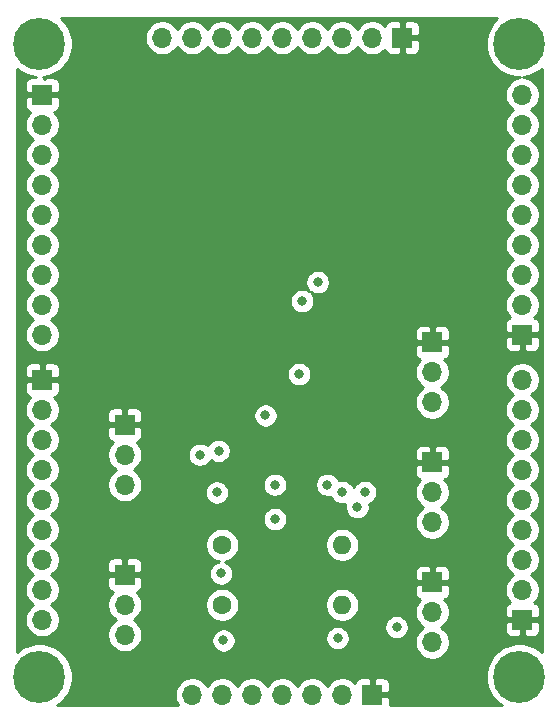
<source format=gbr>
%TF.GenerationSoftware,KiCad,Pcbnew,5.1.10*%
%TF.CreationDate,2021-09-02T21:39:33+02:00*%
%TF.ProjectId,pca9505-breakout.noqfn,70636139-3530-4352-9d62-7265616b6f75,rev?*%
%TF.SameCoordinates,Original*%
%TF.FileFunction,Copper,L2,Inr*%
%TF.FilePolarity,Positive*%
%FSLAX46Y46*%
G04 Gerber Fmt 4.6, Leading zero omitted, Abs format (unit mm)*
G04 Created by KiCad (PCBNEW 5.1.10) date 2021-09-02 21:39:33*
%MOMM*%
%LPD*%
G01*
G04 APERTURE LIST*
%TA.AperFunction,ComponentPad*%
%ADD10O,1.700000X1.700000*%
%TD*%
%TA.AperFunction,ComponentPad*%
%ADD11R,1.700000X1.700000*%
%TD*%
%TA.AperFunction,ComponentPad*%
%ADD12C,4.400000*%
%TD*%
%TA.AperFunction,ComponentPad*%
%ADD13C,0.700000*%
%TD*%
%TA.AperFunction,ComponentPad*%
%ADD14O,1.600000X1.600000*%
%TD*%
%TA.AperFunction,ComponentPad*%
%ADD15C,1.600000*%
%TD*%
%TA.AperFunction,ViaPad*%
%ADD16C,0.800000*%
%TD*%
%TA.AperFunction,Conductor*%
%ADD17C,0.254000*%
%TD*%
%TA.AperFunction,Conductor*%
%ADD18C,0.100000*%
%TD*%
G04 APERTURE END LIST*
D10*
%TO.N,/IO3_7*%
%TO.C,J5*%
X195580000Y-68580000D03*
%TO.N,/IO3_6*%
X195580000Y-71120000D03*
%TO.N,/IO3_5*%
X195580000Y-73660000D03*
%TO.N,/IO3_4*%
X195580000Y-76200000D03*
%TO.N,/IO3_3*%
X195580000Y-78740000D03*
%TO.N,/IO3_2*%
X195580000Y-81280000D03*
%TO.N,/IO3_1*%
X195580000Y-83820000D03*
%TO.N,/IO3_0*%
X195580000Y-86360000D03*
D11*
%TO.N,GND*%
X195580000Y-88900000D03*
%TD*%
D10*
%TO.N,/IO2_7*%
%TO.C,J4*%
X195580000Y-92710000D03*
%TO.N,/IO2_6*%
X195580000Y-95250000D03*
%TO.N,/IO2_5*%
X195580000Y-97790000D03*
%TO.N,/IO2_4*%
X195580000Y-100330000D03*
%TO.N,/IO2_3*%
X195580000Y-102870000D03*
%TO.N,/IO2_2*%
X195580000Y-105410000D03*
%TO.N,/IO2_1*%
X195580000Y-107950000D03*
%TO.N,/IO2_0*%
X195580000Y-110490000D03*
D11*
%TO.N,GND*%
X195580000Y-113030000D03*
%TD*%
D10*
%TO.N,/IO4_7*%
%TO.C,J6*%
X165100000Y-63754000D03*
%TO.N,/IO4_6*%
X167640000Y-63754000D03*
%TO.N,/IO4_5*%
X170180000Y-63754000D03*
%TO.N,/IO4_4*%
X172720000Y-63754000D03*
%TO.N,/IO4_3*%
X175260000Y-63754000D03*
%TO.N,/IO4_2*%
X177800000Y-63754000D03*
%TO.N,/IO4_1*%
X180340000Y-63754000D03*
%TO.N,/IO4_0*%
X182880000Y-63754000D03*
D11*
%TO.N,GND*%
X185420000Y-63754000D03*
%TD*%
D10*
%TO.N,/IO1_7*%
%TO.C,J3*%
X154940000Y-113030000D03*
%TO.N,/IO1_6*%
X154940000Y-110490000D03*
%TO.N,/IO1_5*%
X154940000Y-107950000D03*
%TO.N,/IO1_4*%
X154940000Y-105410000D03*
%TO.N,/IO1_3*%
X154940000Y-102870000D03*
%TO.N,/IO1_2*%
X154940000Y-100330000D03*
%TO.N,/IO1_1*%
X154940000Y-97790000D03*
%TO.N,/IO1_0*%
X154940000Y-95250000D03*
D11*
%TO.N,GND*%
X154940000Y-92710000D03*
%TD*%
D10*
%TO.N,/IO0_7*%
%TO.C,J2*%
X154940000Y-88900000D03*
%TO.N,/IO0_6*%
X154940000Y-86360000D03*
%TO.N,/IO0_5*%
X154940000Y-83820000D03*
%TO.N,/IO0_4*%
X154940000Y-81280000D03*
%TO.N,/IO0_3*%
X154940000Y-78740000D03*
%TO.N,/IO0_2*%
X154940000Y-76200000D03*
%TO.N,/IO0_1*%
X154940000Y-73660000D03*
%TO.N,/IO0_0*%
X154940000Y-71120000D03*
D11*
%TO.N,GND*%
X154940000Y-68580000D03*
%TD*%
D12*
%TO.N,N/C*%
%TO.C,H3*%
X195326000Y-64262000D03*
D13*
X196976000Y-64262000D03*
X196492726Y-65428726D03*
X195326000Y-65912000D03*
X194159274Y-65428726D03*
X193676000Y-64262000D03*
X194159274Y-63095274D03*
X195326000Y-62612000D03*
X196492726Y-63095274D03*
%TD*%
D12*
%TO.N,N/C*%
%TO.C,H4*%
X195326000Y-117856000D03*
D13*
X196976000Y-117856000D03*
X196492726Y-119022726D03*
X195326000Y-119506000D03*
X194159274Y-119022726D03*
X193676000Y-117856000D03*
X194159274Y-116689274D03*
X195326000Y-116206000D03*
X196492726Y-116689274D03*
%TD*%
D12*
%TO.N,N/C*%
%TO.C,H1*%
X154686000Y-64262000D03*
D13*
X156336000Y-64262000D03*
X155852726Y-65428726D03*
X154686000Y-65912000D03*
X153519274Y-65428726D03*
X153036000Y-64262000D03*
X153519274Y-63095274D03*
X154686000Y-62612000D03*
X155852726Y-63095274D03*
%TD*%
D12*
%TO.N,N/C*%
%TO.C,H2*%
X154686000Y-117856000D03*
D13*
X156336000Y-117856000D03*
X155852726Y-119022726D03*
X154686000Y-119506000D03*
X153519274Y-119022726D03*
X153036000Y-117856000D03*
X153519274Y-116689274D03*
X154686000Y-116206000D03*
X155852726Y-116689274D03*
%TD*%
D14*
%TO.N,/SDA*%
%TO.C,R2 1k6*%
X180340000Y-106680000D03*
D15*
%TO.N,Vcc*%
X170180000Y-106680000D03*
%TD*%
D14*
%TO.N,/SCL*%
%TO.C,R1 1k6*%
X180340000Y-111760000D03*
D15*
%TO.N,Vcc*%
X170180000Y-111760000D03*
%TD*%
D10*
%TO.N,Vcc*%
%TO.C,JP5*%
X187960000Y-114935000D03*
%TO.N,/A2*%
X187960000Y-112395000D03*
D11*
%TO.N,GND*%
X187960000Y-109855000D03*
%TD*%
D10*
%TO.N,Vcc*%
%TO.C,JP4*%
X161925000Y-114300000D03*
%TO.N,/A1*%
X161925000Y-111760000D03*
D11*
%TO.N,GND*%
X161925000Y-109220000D03*
%TD*%
D10*
%TO.N,Vcc*%
%TO.C,JP3*%
X161925000Y-101600000D03*
%TO.N,/A0*%
X161925000Y-99060000D03*
D11*
%TO.N,GND*%
X161925000Y-96520000D03*
%TD*%
D10*
%TO.N,Vcc*%
%TO.C,JP2*%
X187960000Y-94615000D03*
%TO.N,/~RESET~*%
X187960000Y-92075000D03*
D11*
%TO.N,GND*%
X187960000Y-89535000D03*
%TD*%
D10*
%TO.N,Vcc*%
%TO.C,JP1*%
X187960000Y-104775000D03*
%TO.N,/~OE~*%
X187960000Y-102235000D03*
D11*
%TO.N,GND*%
X187960000Y-99695000D03*
%TD*%
D10*
%TO.N,/~INT~*%
%TO.C,J1*%
X167640000Y-119380000D03*
%TO.N,/~RESET~*%
X170180000Y-119380000D03*
%TO.N,/~OE~*%
X172720000Y-119380000D03*
%TO.N,/SCL*%
X175260000Y-119380000D03*
%TO.N,/SDA*%
X177800000Y-119380000D03*
%TO.N,Vcc*%
X180340000Y-119380000D03*
D11*
%TO.N,GND*%
X182880000Y-119380000D03*
%TD*%
D16*
%TO.N,/~INT~*%
X176949100Y-86055200D03*
%TO.N,/~RESET~*%
X178260000Y-84455000D03*
%TO.N,GND*%
X176725000Y-98230000D03*
X176685000Y-95730000D03*
X173835000Y-92230000D03*
X173795000Y-89730000D03*
X176530000Y-88900000D03*
X167043100Y-98348800D03*
X159029400Y-63411100D03*
X160528000Y-72136000D03*
X163537900Y-77355700D03*
X169672000Y-80772000D03*
X172720000Y-80772000D03*
X189992000Y-65024000D03*
X187960000Y-68326000D03*
X185928000Y-72136000D03*
X186283600Y-76593700D03*
X185928000Y-80772000D03*
X179324000Y-75184000D03*
X177571400Y-72478900D03*
X193040000Y-112268000D03*
X193116200Y-99529900D03*
X162217100Y-105867200D03*
X161391600Y-118706900D03*
%TO.N,Vcc*%
X176685000Y-92230000D03*
X173835000Y-95730000D03*
X184937400Y-113652300D03*
X179946300Y-114592100D03*
X170281600Y-114782600D03*
X170091100Y-109105700D03*
X169722800Y-102247700D03*
%TO.N,/IO2_3*%
X168275000Y-99060000D03*
X182245000Y-102235000D03*
%TO.N,/IO2_2*%
X181610000Y-103505000D03*
X174625000Y-104521000D03*
%TO.N,/IO2_1*%
X169875000Y-98730000D03*
X180340000Y-102235000D03*
%TO.N,/IO2_0*%
X174625000Y-101600000D03*
X179070000Y-101600000D03*
%TD*%
D17*
%TO.N,GND*%
X193123912Y-62454793D02*
X192813656Y-62919124D01*
X192599948Y-63435061D01*
X192491000Y-63982777D01*
X192491000Y-64541223D01*
X192599948Y-65088939D01*
X192813656Y-65604876D01*
X193123912Y-66069207D01*
X193518793Y-66464088D01*
X193983124Y-66774344D01*
X194499061Y-66988052D01*
X195046777Y-67097000D01*
X195423685Y-67097000D01*
X195146842Y-67152068D01*
X194876589Y-67264010D01*
X194633368Y-67426525D01*
X194426525Y-67633368D01*
X194264010Y-67876589D01*
X194152068Y-68146842D01*
X194095000Y-68433740D01*
X194095000Y-68726260D01*
X194152068Y-69013158D01*
X194264010Y-69283411D01*
X194426525Y-69526632D01*
X194633368Y-69733475D01*
X194807760Y-69850000D01*
X194633368Y-69966525D01*
X194426525Y-70173368D01*
X194264010Y-70416589D01*
X194152068Y-70686842D01*
X194095000Y-70973740D01*
X194095000Y-71266260D01*
X194152068Y-71553158D01*
X194264010Y-71823411D01*
X194426525Y-72066632D01*
X194633368Y-72273475D01*
X194807760Y-72390000D01*
X194633368Y-72506525D01*
X194426525Y-72713368D01*
X194264010Y-72956589D01*
X194152068Y-73226842D01*
X194095000Y-73513740D01*
X194095000Y-73806260D01*
X194152068Y-74093158D01*
X194264010Y-74363411D01*
X194426525Y-74606632D01*
X194633368Y-74813475D01*
X194807760Y-74930000D01*
X194633368Y-75046525D01*
X194426525Y-75253368D01*
X194264010Y-75496589D01*
X194152068Y-75766842D01*
X194095000Y-76053740D01*
X194095000Y-76346260D01*
X194152068Y-76633158D01*
X194264010Y-76903411D01*
X194426525Y-77146632D01*
X194633368Y-77353475D01*
X194807760Y-77470000D01*
X194633368Y-77586525D01*
X194426525Y-77793368D01*
X194264010Y-78036589D01*
X194152068Y-78306842D01*
X194095000Y-78593740D01*
X194095000Y-78886260D01*
X194152068Y-79173158D01*
X194264010Y-79443411D01*
X194426525Y-79686632D01*
X194633368Y-79893475D01*
X194807760Y-80010000D01*
X194633368Y-80126525D01*
X194426525Y-80333368D01*
X194264010Y-80576589D01*
X194152068Y-80846842D01*
X194095000Y-81133740D01*
X194095000Y-81426260D01*
X194152068Y-81713158D01*
X194264010Y-81983411D01*
X194426525Y-82226632D01*
X194633368Y-82433475D01*
X194807760Y-82550000D01*
X194633368Y-82666525D01*
X194426525Y-82873368D01*
X194264010Y-83116589D01*
X194152068Y-83386842D01*
X194095000Y-83673740D01*
X194095000Y-83966260D01*
X194152068Y-84253158D01*
X194264010Y-84523411D01*
X194426525Y-84766632D01*
X194633368Y-84973475D01*
X194807760Y-85090000D01*
X194633368Y-85206525D01*
X194426525Y-85413368D01*
X194264010Y-85656589D01*
X194152068Y-85926842D01*
X194095000Y-86213740D01*
X194095000Y-86506260D01*
X194152068Y-86793158D01*
X194264010Y-87063411D01*
X194426525Y-87306632D01*
X194558380Y-87438487D01*
X194485820Y-87460498D01*
X194375506Y-87519463D01*
X194278815Y-87598815D01*
X194199463Y-87695506D01*
X194140498Y-87805820D01*
X194104188Y-87925518D01*
X194091928Y-88050000D01*
X194095000Y-88614250D01*
X194253750Y-88773000D01*
X195453000Y-88773000D01*
X195453000Y-88753000D01*
X195707000Y-88753000D01*
X195707000Y-88773000D01*
X196906250Y-88773000D01*
X197065000Y-88614250D01*
X197068072Y-88050000D01*
X197055812Y-87925518D01*
X197019502Y-87805820D01*
X196960537Y-87695506D01*
X196881185Y-87598815D01*
X196784494Y-87519463D01*
X196674180Y-87460498D01*
X196601620Y-87438487D01*
X196733475Y-87306632D01*
X196895990Y-87063411D01*
X197007932Y-86793158D01*
X197065000Y-86506260D01*
X197065000Y-86213740D01*
X197007932Y-85926842D01*
X196895990Y-85656589D01*
X196733475Y-85413368D01*
X196526632Y-85206525D01*
X196352240Y-85090000D01*
X196526632Y-84973475D01*
X196733475Y-84766632D01*
X196895990Y-84523411D01*
X197007932Y-84253158D01*
X197065000Y-83966260D01*
X197065000Y-83673740D01*
X197007932Y-83386842D01*
X196895990Y-83116589D01*
X196733475Y-82873368D01*
X196526632Y-82666525D01*
X196352240Y-82550000D01*
X196526632Y-82433475D01*
X196733475Y-82226632D01*
X196895990Y-81983411D01*
X197007932Y-81713158D01*
X197065000Y-81426260D01*
X197065000Y-81133740D01*
X197007932Y-80846842D01*
X196895990Y-80576589D01*
X196733475Y-80333368D01*
X196526632Y-80126525D01*
X196352240Y-80010000D01*
X196526632Y-79893475D01*
X196733475Y-79686632D01*
X196895990Y-79443411D01*
X197007932Y-79173158D01*
X197065000Y-78886260D01*
X197065000Y-78593740D01*
X197007932Y-78306842D01*
X196895990Y-78036589D01*
X196733475Y-77793368D01*
X196526632Y-77586525D01*
X196352240Y-77470000D01*
X196526632Y-77353475D01*
X196733475Y-77146632D01*
X196895990Y-76903411D01*
X197007932Y-76633158D01*
X197065000Y-76346260D01*
X197065000Y-76053740D01*
X197007932Y-75766842D01*
X196895990Y-75496589D01*
X196733475Y-75253368D01*
X196526632Y-75046525D01*
X196352240Y-74930000D01*
X196526632Y-74813475D01*
X196733475Y-74606632D01*
X196895990Y-74363411D01*
X197007932Y-74093158D01*
X197065000Y-73806260D01*
X197065000Y-73513740D01*
X197007932Y-73226842D01*
X196895990Y-72956589D01*
X196733475Y-72713368D01*
X196526632Y-72506525D01*
X196352240Y-72390000D01*
X196526632Y-72273475D01*
X196733475Y-72066632D01*
X196895990Y-71823411D01*
X197007932Y-71553158D01*
X197065000Y-71266260D01*
X197065000Y-70973740D01*
X197007932Y-70686842D01*
X196895990Y-70416589D01*
X196733475Y-70173368D01*
X196526632Y-69966525D01*
X196352240Y-69850000D01*
X196526632Y-69733475D01*
X196733475Y-69526632D01*
X196895990Y-69283411D01*
X197007932Y-69013158D01*
X197065000Y-68726260D01*
X197065000Y-68433740D01*
X197007932Y-68146842D01*
X196895990Y-67876589D01*
X196733475Y-67633368D01*
X196526632Y-67426525D01*
X196283411Y-67264010D01*
X196013158Y-67152068D01*
X195726260Y-67095000D01*
X195615278Y-67095000D01*
X196152939Y-66988052D01*
X196668876Y-66774344D01*
X197133207Y-66464088D01*
X197231000Y-66366295D01*
X197231000Y-115751705D01*
X197133207Y-115653912D01*
X196668876Y-115343656D01*
X196152939Y-115129948D01*
X195605223Y-115021000D01*
X195046777Y-115021000D01*
X194499061Y-115129948D01*
X193983124Y-115343656D01*
X193518793Y-115653912D01*
X193123912Y-116048793D01*
X192813656Y-116513124D01*
X192599948Y-117029061D01*
X192491000Y-117576777D01*
X192491000Y-118135223D01*
X192599948Y-118682939D01*
X192813656Y-119198876D01*
X193123912Y-119663207D01*
X193518793Y-120058088D01*
X193834445Y-120269000D01*
X184364231Y-120269000D01*
X184368072Y-120230000D01*
X184365000Y-119665750D01*
X184206250Y-119507000D01*
X183007000Y-119507000D01*
X183007000Y-119527000D01*
X182753000Y-119527000D01*
X182753000Y-119507000D01*
X182733000Y-119507000D01*
X182733000Y-119253000D01*
X182753000Y-119253000D01*
X182753000Y-118053750D01*
X183007000Y-118053750D01*
X183007000Y-119253000D01*
X184206250Y-119253000D01*
X184365000Y-119094250D01*
X184368072Y-118530000D01*
X184355812Y-118405518D01*
X184319502Y-118285820D01*
X184260537Y-118175506D01*
X184181185Y-118078815D01*
X184084494Y-117999463D01*
X183974180Y-117940498D01*
X183854482Y-117904188D01*
X183730000Y-117891928D01*
X183165750Y-117895000D01*
X183007000Y-118053750D01*
X182753000Y-118053750D01*
X182594250Y-117895000D01*
X182030000Y-117891928D01*
X181905518Y-117904188D01*
X181785820Y-117940498D01*
X181675506Y-117999463D01*
X181578815Y-118078815D01*
X181499463Y-118175506D01*
X181440498Y-118285820D01*
X181418487Y-118358380D01*
X181286632Y-118226525D01*
X181043411Y-118064010D01*
X180773158Y-117952068D01*
X180486260Y-117895000D01*
X180193740Y-117895000D01*
X179906842Y-117952068D01*
X179636589Y-118064010D01*
X179393368Y-118226525D01*
X179186525Y-118433368D01*
X179070000Y-118607760D01*
X178953475Y-118433368D01*
X178746632Y-118226525D01*
X178503411Y-118064010D01*
X178233158Y-117952068D01*
X177946260Y-117895000D01*
X177653740Y-117895000D01*
X177366842Y-117952068D01*
X177096589Y-118064010D01*
X176853368Y-118226525D01*
X176646525Y-118433368D01*
X176530000Y-118607760D01*
X176413475Y-118433368D01*
X176206632Y-118226525D01*
X175963411Y-118064010D01*
X175693158Y-117952068D01*
X175406260Y-117895000D01*
X175113740Y-117895000D01*
X174826842Y-117952068D01*
X174556589Y-118064010D01*
X174313368Y-118226525D01*
X174106525Y-118433368D01*
X173990000Y-118607760D01*
X173873475Y-118433368D01*
X173666632Y-118226525D01*
X173423411Y-118064010D01*
X173153158Y-117952068D01*
X172866260Y-117895000D01*
X172573740Y-117895000D01*
X172286842Y-117952068D01*
X172016589Y-118064010D01*
X171773368Y-118226525D01*
X171566525Y-118433368D01*
X171450000Y-118607760D01*
X171333475Y-118433368D01*
X171126632Y-118226525D01*
X170883411Y-118064010D01*
X170613158Y-117952068D01*
X170326260Y-117895000D01*
X170033740Y-117895000D01*
X169746842Y-117952068D01*
X169476589Y-118064010D01*
X169233368Y-118226525D01*
X169026525Y-118433368D01*
X168910000Y-118607760D01*
X168793475Y-118433368D01*
X168586632Y-118226525D01*
X168343411Y-118064010D01*
X168073158Y-117952068D01*
X167786260Y-117895000D01*
X167493740Y-117895000D01*
X167206842Y-117952068D01*
X166936589Y-118064010D01*
X166693368Y-118226525D01*
X166486525Y-118433368D01*
X166324010Y-118676589D01*
X166212068Y-118946842D01*
X166155000Y-119233740D01*
X166155000Y-119526260D01*
X166212068Y-119813158D01*
X166324010Y-120083411D01*
X166448017Y-120269000D01*
X156177555Y-120269000D01*
X156493207Y-120058088D01*
X156888088Y-119663207D01*
X157198344Y-119198876D01*
X157412052Y-118682939D01*
X157521000Y-118135223D01*
X157521000Y-117576777D01*
X157412052Y-117029061D01*
X157198344Y-116513124D01*
X156888088Y-116048793D01*
X156493207Y-115653912D01*
X156028876Y-115343656D01*
X155512939Y-115129948D01*
X154965223Y-115021000D01*
X154406777Y-115021000D01*
X153859061Y-115129948D01*
X153343124Y-115343656D01*
X152878793Y-115653912D01*
X152781000Y-115751705D01*
X152781000Y-93560000D01*
X153451928Y-93560000D01*
X153464188Y-93684482D01*
X153500498Y-93804180D01*
X153559463Y-93914494D01*
X153638815Y-94011185D01*
X153735506Y-94090537D01*
X153845820Y-94149502D01*
X153918380Y-94171513D01*
X153786525Y-94303368D01*
X153624010Y-94546589D01*
X153512068Y-94816842D01*
X153455000Y-95103740D01*
X153455000Y-95396260D01*
X153512068Y-95683158D01*
X153624010Y-95953411D01*
X153786525Y-96196632D01*
X153993368Y-96403475D01*
X154167760Y-96520000D01*
X153993368Y-96636525D01*
X153786525Y-96843368D01*
X153624010Y-97086589D01*
X153512068Y-97356842D01*
X153455000Y-97643740D01*
X153455000Y-97936260D01*
X153512068Y-98223158D01*
X153624010Y-98493411D01*
X153786525Y-98736632D01*
X153993368Y-98943475D01*
X154167760Y-99060000D01*
X153993368Y-99176525D01*
X153786525Y-99383368D01*
X153624010Y-99626589D01*
X153512068Y-99896842D01*
X153455000Y-100183740D01*
X153455000Y-100476260D01*
X153512068Y-100763158D01*
X153624010Y-101033411D01*
X153786525Y-101276632D01*
X153993368Y-101483475D01*
X154167760Y-101600000D01*
X153993368Y-101716525D01*
X153786525Y-101923368D01*
X153624010Y-102166589D01*
X153512068Y-102436842D01*
X153455000Y-102723740D01*
X153455000Y-103016260D01*
X153512068Y-103303158D01*
X153624010Y-103573411D01*
X153786525Y-103816632D01*
X153993368Y-104023475D01*
X154167760Y-104140000D01*
X153993368Y-104256525D01*
X153786525Y-104463368D01*
X153624010Y-104706589D01*
X153512068Y-104976842D01*
X153455000Y-105263740D01*
X153455000Y-105556260D01*
X153512068Y-105843158D01*
X153624010Y-106113411D01*
X153786525Y-106356632D01*
X153993368Y-106563475D01*
X154167760Y-106680000D01*
X153993368Y-106796525D01*
X153786525Y-107003368D01*
X153624010Y-107246589D01*
X153512068Y-107516842D01*
X153455000Y-107803740D01*
X153455000Y-108096260D01*
X153512068Y-108383158D01*
X153624010Y-108653411D01*
X153786525Y-108896632D01*
X153993368Y-109103475D01*
X154167760Y-109220000D01*
X153993368Y-109336525D01*
X153786525Y-109543368D01*
X153624010Y-109786589D01*
X153512068Y-110056842D01*
X153455000Y-110343740D01*
X153455000Y-110636260D01*
X153512068Y-110923158D01*
X153624010Y-111193411D01*
X153786525Y-111436632D01*
X153993368Y-111643475D01*
X154167760Y-111760000D01*
X153993368Y-111876525D01*
X153786525Y-112083368D01*
X153624010Y-112326589D01*
X153512068Y-112596842D01*
X153455000Y-112883740D01*
X153455000Y-113176260D01*
X153512068Y-113463158D01*
X153624010Y-113733411D01*
X153786525Y-113976632D01*
X153993368Y-114183475D01*
X154236589Y-114345990D01*
X154506842Y-114457932D01*
X154793740Y-114515000D01*
X155086260Y-114515000D01*
X155373158Y-114457932D01*
X155643411Y-114345990D01*
X155886632Y-114183475D01*
X156093475Y-113976632D01*
X156255990Y-113733411D01*
X156367932Y-113463158D01*
X156425000Y-113176260D01*
X156425000Y-112883740D01*
X156367932Y-112596842D01*
X156255990Y-112326589D01*
X156093475Y-112083368D01*
X155886632Y-111876525D01*
X155712240Y-111760000D01*
X155886632Y-111643475D01*
X156093475Y-111436632D01*
X156255990Y-111193411D01*
X156367932Y-110923158D01*
X156425000Y-110636260D01*
X156425000Y-110343740D01*
X156370550Y-110070000D01*
X160436928Y-110070000D01*
X160449188Y-110194482D01*
X160485498Y-110314180D01*
X160544463Y-110424494D01*
X160623815Y-110521185D01*
X160720506Y-110600537D01*
X160830820Y-110659502D01*
X160903380Y-110681513D01*
X160771525Y-110813368D01*
X160609010Y-111056589D01*
X160497068Y-111326842D01*
X160440000Y-111613740D01*
X160440000Y-111906260D01*
X160497068Y-112193158D01*
X160609010Y-112463411D01*
X160771525Y-112706632D01*
X160978368Y-112913475D01*
X161152760Y-113030000D01*
X160978368Y-113146525D01*
X160771525Y-113353368D01*
X160609010Y-113596589D01*
X160497068Y-113866842D01*
X160440000Y-114153740D01*
X160440000Y-114446260D01*
X160497068Y-114733158D01*
X160609010Y-115003411D01*
X160771525Y-115246632D01*
X160978368Y-115453475D01*
X161221589Y-115615990D01*
X161491842Y-115727932D01*
X161778740Y-115785000D01*
X162071260Y-115785000D01*
X162358158Y-115727932D01*
X162628411Y-115615990D01*
X162871632Y-115453475D01*
X163078475Y-115246632D01*
X163240990Y-115003411D01*
X163352932Y-114733158D01*
X163363374Y-114680661D01*
X169246600Y-114680661D01*
X169246600Y-114884539D01*
X169286374Y-115084498D01*
X169364395Y-115272856D01*
X169477663Y-115442374D01*
X169621826Y-115586537D01*
X169791344Y-115699805D01*
X169979702Y-115777826D01*
X170179661Y-115817600D01*
X170383539Y-115817600D01*
X170583498Y-115777826D01*
X170771856Y-115699805D01*
X170941374Y-115586537D01*
X171085537Y-115442374D01*
X171198805Y-115272856D01*
X171276826Y-115084498D01*
X171316600Y-114884539D01*
X171316600Y-114680661D01*
X171278708Y-114490161D01*
X178911300Y-114490161D01*
X178911300Y-114694039D01*
X178951074Y-114893998D01*
X179029095Y-115082356D01*
X179142363Y-115251874D01*
X179286526Y-115396037D01*
X179456044Y-115509305D01*
X179644402Y-115587326D01*
X179844361Y-115627100D01*
X180048239Y-115627100D01*
X180248198Y-115587326D01*
X180436556Y-115509305D01*
X180606074Y-115396037D01*
X180750237Y-115251874D01*
X180863505Y-115082356D01*
X180941526Y-114893998D01*
X180981300Y-114694039D01*
X180981300Y-114490161D01*
X180941526Y-114290202D01*
X180863505Y-114101844D01*
X180750237Y-113932326D01*
X180606074Y-113788163D01*
X180436556Y-113674895D01*
X180248198Y-113596874D01*
X180048239Y-113557100D01*
X179844361Y-113557100D01*
X179644402Y-113596874D01*
X179456044Y-113674895D01*
X179286526Y-113788163D01*
X179142363Y-113932326D01*
X179029095Y-114101844D01*
X178951074Y-114290202D01*
X178911300Y-114490161D01*
X171278708Y-114490161D01*
X171276826Y-114480702D01*
X171198805Y-114292344D01*
X171085537Y-114122826D01*
X170941374Y-113978663D01*
X170771856Y-113865395D01*
X170583498Y-113787374D01*
X170383539Y-113747600D01*
X170179661Y-113747600D01*
X169979702Y-113787374D01*
X169791344Y-113865395D01*
X169621826Y-113978663D01*
X169477663Y-114122826D01*
X169364395Y-114292344D01*
X169286374Y-114480702D01*
X169246600Y-114680661D01*
X163363374Y-114680661D01*
X163410000Y-114446260D01*
X163410000Y-114153740D01*
X163352932Y-113866842D01*
X163240990Y-113596589D01*
X163210102Y-113550361D01*
X183902400Y-113550361D01*
X183902400Y-113754239D01*
X183942174Y-113954198D01*
X184020195Y-114142556D01*
X184133463Y-114312074D01*
X184277626Y-114456237D01*
X184447144Y-114569505D01*
X184635502Y-114647526D01*
X184835461Y-114687300D01*
X185039339Y-114687300D01*
X185239298Y-114647526D01*
X185427656Y-114569505D01*
X185597174Y-114456237D01*
X185741337Y-114312074D01*
X185854605Y-114142556D01*
X185932626Y-113954198D01*
X185972400Y-113754239D01*
X185972400Y-113550361D01*
X185932626Y-113350402D01*
X185854605Y-113162044D01*
X185741337Y-112992526D01*
X185597174Y-112848363D01*
X185427656Y-112735095D01*
X185239298Y-112657074D01*
X185039339Y-112617300D01*
X184835461Y-112617300D01*
X184635502Y-112657074D01*
X184447144Y-112735095D01*
X184277626Y-112848363D01*
X184133463Y-112992526D01*
X184020195Y-113162044D01*
X183942174Y-113350402D01*
X183902400Y-113550361D01*
X163210102Y-113550361D01*
X163078475Y-113353368D01*
X162871632Y-113146525D01*
X162697240Y-113030000D01*
X162871632Y-112913475D01*
X163078475Y-112706632D01*
X163240990Y-112463411D01*
X163352932Y-112193158D01*
X163410000Y-111906260D01*
X163410000Y-111618665D01*
X168745000Y-111618665D01*
X168745000Y-111901335D01*
X168800147Y-112178574D01*
X168908320Y-112439727D01*
X169065363Y-112674759D01*
X169265241Y-112874637D01*
X169500273Y-113031680D01*
X169761426Y-113139853D01*
X170038665Y-113195000D01*
X170321335Y-113195000D01*
X170598574Y-113139853D01*
X170859727Y-113031680D01*
X171094759Y-112874637D01*
X171294637Y-112674759D01*
X171451680Y-112439727D01*
X171559853Y-112178574D01*
X171615000Y-111901335D01*
X171615000Y-111618665D01*
X178905000Y-111618665D01*
X178905000Y-111901335D01*
X178960147Y-112178574D01*
X179068320Y-112439727D01*
X179225363Y-112674759D01*
X179425241Y-112874637D01*
X179660273Y-113031680D01*
X179921426Y-113139853D01*
X180198665Y-113195000D01*
X180481335Y-113195000D01*
X180758574Y-113139853D01*
X181019727Y-113031680D01*
X181254759Y-112874637D01*
X181454637Y-112674759D01*
X181611680Y-112439727D01*
X181719853Y-112178574D01*
X181775000Y-111901335D01*
X181775000Y-111618665D01*
X181719853Y-111341426D01*
X181611680Y-111080273D01*
X181454637Y-110845241D01*
X181314396Y-110705000D01*
X186471928Y-110705000D01*
X186484188Y-110829482D01*
X186520498Y-110949180D01*
X186579463Y-111059494D01*
X186658815Y-111156185D01*
X186755506Y-111235537D01*
X186865820Y-111294502D01*
X186938380Y-111316513D01*
X186806525Y-111448368D01*
X186644010Y-111691589D01*
X186532068Y-111961842D01*
X186475000Y-112248740D01*
X186475000Y-112541260D01*
X186532068Y-112828158D01*
X186644010Y-113098411D01*
X186806525Y-113341632D01*
X187013368Y-113548475D01*
X187187760Y-113665000D01*
X187013368Y-113781525D01*
X186806525Y-113988368D01*
X186644010Y-114231589D01*
X186532068Y-114501842D01*
X186475000Y-114788740D01*
X186475000Y-115081260D01*
X186532068Y-115368158D01*
X186644010Y-115638411D01*
X186806525Y-115881632D01*
X187013368Y-116088475D01*
X187256589Y-116250990D01*
X187526842Y-116362932D01*
X187813740Y-116420000D01*
X188106260Y-116420000D01*
X188393158Y-116362932D01*
X188663411Y-116250990D01*
X188906632Y-116088475D01*
X189113475Y-115881632D01*
X189275990Y-115638411D01*
X189387932Y-115368158D01*
X189445000Y-115081260D01*
X189445000Y-114788740D01*
X189387932Y-114501842D01*
X189275990Y-114231589D01*
X189113475Y-113988368D01*
X189005107Y-113880000D01*
X194091928Y-113880000D01*
X194104188Y-114004482D01*
X194140498Y-114124180D01*
X194199463Y-114234494D01*
X194278815Y-114331185D01*
X194375506Y-114410537D01*
X194485820Y-114469502D01*
X194605518Y-114505812D01*
X194730000Y-114518072D01*
X195294250Y-114515000D01*
X195453000Y-114356250D01*
X195453000Y-113157000D01*
X195707000Y-113157000D01*
X195707000Y-114356250D01*
X195865750Y-114515000D01*
X196430000Y-114518072D01*
X196554482Y-114505812D01*
X196674180Y-114469502D01*
X196784494Y-114410537D01*
X196881185Y-114331185D01*
X196960537Y-114234494D01*
X197019502Y-114124180D01*
X197055812Y-114004482D01*
X197068072Y-113880000D01*
X197065000Y-113315750D01*
X196906250Y-113157000D01*
X195707000Y-113157000D01*
X195453000Y-113157000D01*
X194253750Y-113157000D01*
X194095000Y-113315750D01*
X194091928Y-113880000D01*
X189005107Y-113880000D01*
X188906632Y-113781525D01*
X188732240Y-113665000D01*
X188906632Y-113548475D01*
X189113475Y-113341632D01*
X189275990Y-113098411D01*
X189387932Y-112828158D01*
X189445000Y-112541260D01*
X189445000Y-112248740D01*
X189431327Y-112180000D01*
X194091928Y-112180000D01*
X194095000Y-112744250D01*
X194253750Y-112903000D01*
X195453000Y-112903000D01*
X195453000Y-112883000D01*
X195707000Y-112883000D01*
X195707000Y-112903000D01*
X196906250Y-112903000D01*
X197065000Y-112744250D01*
X197068072Y-112180000D01*
X197055812Y-112055518D01*
X197019502Y-111935820D01*
X196960537Y-111825506D01*
X196881185Y-111728815D01*
X196784494Y-111649463D01*
X196674180Y-111590498D01*
X196601620Y-111568487D01*
X196733475Y-111436632D01*
X196895990Y-111193411D01*
X197007932Y-110923158D01*
X197065000Y-110636260D01*
X197065000Y-110343740D01*
X197007932Y-110056842D01*
X196895990Y-109786589D01*
X196733475Y-109543368D01*
X196526632Y-109336525D01*
X196352240Y-109220000D01*
X196526632Y-109103475D01*
X196733475Y-108896632D01*
X196895990Y-108653411D01*
X197007932Y-108383158D01*
X197065000Y-108096260D01*
X197065000Y-107803740D01*
X197007932Y-107516842D01*
X196895990Y-107246589D01*
X196733475Y-107003368D01*
X196526632Y-106796525D01*
X196352240Y-106680000D01*
X196526632Y-106563475D01*
X196733475Y-106356632D01*
X196895990Y-106113411D01*
X197007932Y-105843158D01*
X197065000Y-105556260D01*
X197065000Y-105263740D01*
X197007932Y-104976842D01*
X196895990Y-104706589D01*
X196733475Y-104463368D01*
X196526632Y-104256525D01*
X196352240Y-104140000D01*
X196526632Y-104023475D01*
X196733475Y-103816632D01*
X196895990Y-103573411D01*
X197007932Y-103303158D01*
X197065000Y-103016260D01*
X197065000Y-102723740D01*
X197007932Y-102436842D01*
X196895990Y-102166589D01*
X196733475Y-101923368D01*
X196526632Y-101716525D01*
X196352240Y-101600000D01*
X196526632Y-101483475D01*
X196733475Y-101276632D01*
X196895990Y-101033411D01*
X197007932Y-100763158D01*
X197065000Y-100476260D01*
X197065000Y-100183740D01*
X197007932Y-99896842D01*
X196895990Y-99626589D01*
X196733475Y-99383368D01*
X196526632Y-99176525D01*
X196352240Y-99060000D01*
X196526632Y-98943475D01*
X196733475Y-98736632D01*
X196895990Y-98493411D01*
X197007932Y-98223158D01*
X197065000Y-97936260D01*
X197065000Y-97643740D01*
X197007932Y-97356842D01*
X196895990Y-97086589D01*
X196733475Y-96843368D01*
X196526632Y-96636525D01*
X196352240Y-96520000D01*
X196526632Y-96403475D01*
X196733475Y-96196632D01*
X196895990Y-95953411D01*
X197007932Y-95683158D01*
X197065000Y-95396260D01*
X197065000Y-95103740D01*
X197007932Y-94816842D01*
X196895990Y-94546589D01*
X196733475Y-94303368D01*
X196526632Y-94096525D01*
X196352240Y-93980000D01*
X196526632Y-93863475D01*
X196733475Y-93656632D01*
X196895990Y-93413411D01*
X197007932Y-93143158D01*
X197065000Y-92856260D01*
X197065000Y-92563740D01*
X197007932Y-92276842D01*
X196895990Y-92006589D01*
X196733475Y-91763368D01*
X196526632Y-91556525D01*
X196283411Y-91394010D01*
X196013158Y-91282068D01*
X195726260Y-91225000D01*
X195433740Y-91225000D01*
X195146842Y-91282068D01*
X194876589Y-91394010D01*
X194633368Y-91556525D01*
X194426525Y-91763368D01*
X194264010Y-92006589D01*
X194152068Y-92276842D01*
X194095000Y-92563740D01*
X194095000Y-92856260D01*
X194152068Y-93143158D01*
X194264010Y-93413411D01*
X194426525Y-93656632D01*
X194633368Y-93863475D01*
X194807760Y-93980000D01*
X194633368Y-94096525D01*
X194426525Y-94303368D01*
X194264010Y-94546589D01*
X194152068Y-94816842D01*
X194095000Y-95103740D01*
X194095000Y-95396260D01*
X194152068Y-95683158D01*
X194264010Y-95953411D01*
X194426525Y-96196632D01*
X194633368Y-96403475D01*
X194807760Y-96520000D01*
X194633368Y-96636525D01*
X194426525Y-96843368D01*
X194264010Y-97086589D01*
X194152068Y-97356842D01*
X194095000Y-97643740D01*
X194095000Y-97936260D01*
X194152068Y-98223158D01*
X194264010Y-98493411D01*
X194426525Y-98736632D01*
X194633368Y-98943475D01*
X194807760Y-99060000D01*
X194633368Y-99176525D01*
X194426525Y-99383368D01*
X194264010Y-99626589D01*
X194152068Y-99896842D01*
X194095000Y-100183740D01*
X194095000Y-100476260D01*
X194152068Y-100763158D01*
X194264010Y-101033411D01*
X194426525Y-101276632D01*
X194633368Y-101483475D01*
X194807760Y-101600000D01*
X194633368Y-101716525D01*
X194426525Y-101923368D01*
X194264010Y-102166589D01*
X194152068Y-102436842D01*
X194095000Y-102723740D01*
X194095000Y-103016260D01*
X194152068Y-103303158D01*
X194264010Y-103573411D01*
X194426525Y-103816632D01*
X194633368Y-104023475D01*
X194807760Y-104140000D01*
X194633368Y-104256525D01*
X194426525Y-104463368D01*
X194264010Y-104706589D01*
X194152068Y-104976842D01*
X194095000Y-105263740D01*
X194095000Y-105556260D01*
X194152068Y-105843158D01*
X194264010Y-106113411D01*
X194426525Y-106356632D01*
X194633368Y-106563475D01*
X194807760Y-106680000D01*
X194633368Y-106796525D01*
X194426525Y-107003368D01*
X194264010Y-107246589D01*
X194152068Y-107516842D01*
X194095000Y-107803740D01*
X194095000Y-108096260D01*
X194152068Y-108383158D01*
X194264010Y-108653411D01*
X194426525Y-108896632D01*
X194633368Y-109103475D01*
X194807760Y-109220000D01*
X194633368Y-109336525D01*
X194426525Y-109543368D01*
X194264010Y-109786589D01*
X194152068Y-110056842D01*
X194095000Y-110343740D01*
X194095000Y-110636260D01*
X194152068Y-110923158D01*
X194264010Y-111193411D01*
X194426525Y-111436632D01*
X194558380Y-111568487D01*
X194485820Y-111590498D01*
X194375506Y-111649463D01*
X194278815Y-111728815D01*
X194199463Y-111825506D01*
X194140498Y-111935820D01*
X194104188Y-112055518D01*
X194091928Y-112180000D01*
X189431327Y-112180000D01*
X189387932Y-111961842D01*
X189275990Y-111691589D01*
X189113475Y-111448368D01*
X188981620Y-111316513D01*
X189054180Y-111294502D01*
X189164494Y-111235537D01*
X189261185Y-111156185D01*
X189340537Y-111059494D01*
X189399502Y-110949180D01*
X189435812Y-110829482D01*
X189448072Y-110705000D01*
X189445000Y-110140750D01*
X189286250Y-109982000D01*
X188087000Y-109982000D01*
X188087000Y-110002000D01*
X187833000Y-110002000D01*
X187833000Y-109982000D01*
X186633750Y-109982000D01*
X186475000Y-110140750D01*
X186471928Y-110705000D01*
X181314396Y-110705000D01*
X181254759Y-110645363D01*
X181019727Y-110488320D01*
X180758574Y-110380147D01*
X180481335Y-110325000D01*
X180198665Y-110325000D01*
X179921426Y-110380147D01*
X179660273Y-110488320D01*
X179425241Y-110645363D01*
X179225363Y-110845241D01*
X179068320Y-111080273D01*
X178960147Y-111341426D01*
X178905000Y-111618665D01*
X171615000Y-111618665D01*
X171559853Y-111341426D01*
X171451680Y-111080273D01*
X171294637Y-110845241D01*
X171094759Y-110645363D01*
X170859727Y-110488320D01*
X170598574Y-110380147D01*
X170321335Y-110325000D01*
X170038665Y-110325000D01*
X169761426Y-110380147D01*
X169500273Y-110488320D01*
X169265241Y-110645363D01*
X169065363Y-110845241D01*
X168908320Y-111080273D01*
X168800147Y-111341426D01*
X168745000Y-111618665D01*
X163410000Y-111618665D01*
X163410000Y-111613740D01*
X163352932Y-111326842D01*
X163240990Y-111056589D01*
X163078475Y-110813368D01*
X162946620Y-110681513D01*
X163019180Y-110659502D01*
X163129494Y-110600537D01*
X163226185Y-110521185D01*
X163305537Y-110424494D01*
X163364502Y-110314180D01*
X163400812Y-110194482D01*
X163413072Y-110070000D01*
X163410000Y-109505750D01*
X163251250Y-109347000D01*
X162052000Y-109347000D01*
X162052000Y-109367000D01*
X161798000Y-109367000D01*
X161798000Y-109347000D01*
X160598750Y-109347000D01*
X160440000Y-109505750D01*
X160436928Y-110070000D01*
X156370550Y-110070000D01*
X156367932Y-110056842D01*
X156255990Y-109786589D01*
X156093475Y-109543368D01*
X155886632Y-109336525D01*
X155712240Y-109220000D01*
X155886632Y-109103475D01*
X156093475Y-108896632D01*
X156255990Y-108653411D01*
X156367932Y-108383158D01*
X156370549Y-108370000D01*
X160436928Y-108370000D01*
X160440000Y-108934250D01*
X160598750Y-109093000D01*
X161798000Y-109093000D01*
X161798000Y-107893750D01*
X162052000Y-107893750D01*
X162052000Y-109093000D01*
X163251250Y-109093000D01*
X163410000Y-108934250D01*
X163413072Y-108370000D01*
X163400812Y-108245518D01*
X163364502Y-108125820D01*
X163305537Y-108015506D01*
X163226185Y-107918815D01*
X163129494Y-107839463D01*
X163019180Y-107780498D01*
X162899482Y-107744188D01*
X162775000Y-107731928D01*
X162210750Y-107735000D01*
X162052000Y-107893750D01*
X161798000Y-107893750D01*
X161639250Y-107735000D01*
X161075000Y-107731928D01*
X160950518Y-107744188D01*
X160830820Y-107780498D01*
X160720506Y-107839463D01*
X160623815Y-107918815D01*
X160544463Y-108015506D01*
X160485498Y-108125820D01*
X160449188Y-108245518D01*
X160436928Y-108370000D01*
X156370549Y-108370000D01*
X156425000Y-108096260D01*
X156425000Y-107803740D01*
X156367932Y-107516842D01*
X156255990Y-107246589D01*
X156093475Y-107003368D01*
X155886632Y-106796525D01*
X155712240Y-106680000D01*
X155886632Y-106563475D01*
X155911442Y-106538665D01*
X168745000Y-106538665D01*
X168745000Y-106821335D01*
X168800147Y-107098574D01*
X168908320Y-107359727D01*
X169065363Y-107594759D01*
X169265241Y-107794637D01*
X169500273Y-107951680D01*
X169761426Y-108059853D01*
X169902558Y-108087926D01*
X169789202Y-108110474D01*
X169600844Y-108188495D01*
X169431326Y-108301763D01*
X169287163Y-108445926D01*
X169173895Y-108615444D01*
X169095874Y-108803802D01*
X169056100Y-109003761D01*
X169056100Y-109207639D01*
X169095874Y-109407598D01*
X169173895Y-109595956D01*
X169287163Y-109765474D01*
X169431326Y-109909637D01*
X169600844Y-110022905D01*
X169789202Y-110100926D01*
X169989161Y-110140700D01*
X170193039Y-110140700D01*
X170392998Y-110100926D01*
X170581356Y-110022905D01*
X170750874Y-109909637D01*
X170895037Y-109765474D01*
X171008305Y-109595956D01*
X171086326Y-109407598D01*
X171126100Y-109207639D01*
X171126100Y-109005000D01*
X186471928Y-109005000D01*
X186475000Y-109569250D01*
X186633750Y-109728000D01*
X187833000Y-109728000D01*
X187833000Y-108528750D01*
X188087000Y-108528750D01*
X188087000Y-109728000D01*
X189286250Y-109728000D01*
X189445000Y-109569250D01*
X189448072Y-109005000D01*
X189435812Y-108880518D01*
X189399502Y-108760820D01*
X189340537Y-108650506D01*
X189261185Y-108553815D01*
X189164494Y-108474463D01*
X189054180Y-108415498D01*
X188934482Y-108379188D01*
X188810000Y-108366928D01*
X188245750Y-108370000D01*
X188087000Y-108528750D01*
X187833000Y-108528750D01*
X187674250Y-108370000D01*
X187110000Y-108366928D01*
X186985518Y-108379188D01*
X186865820Y-108415498D01*
X186755506Y-108474463D01*
X186658815Y-108553815D01*
X186579463Y-108650506D01*
X186520498Y-108760820D01*
X186484188Y-108880518D01*
X186471928Y-109005000D01*
X171126100Y-109005000D01*
X171126100Y-109003761D01*
X171086326Y-108803802D01*
X171008305Y-108615444D01*
X170895037Y-108445926D01*
X170750874Y-108301763D01*
X170581356Y-108188495D01*
X170392998Y-108110474D01*
X170368543Y-108105610D01*
X170598574Y-108059853D01*
X170859727Y-107951680D01*
X171094759Y-107794637D01*
X171294637Y-107594759D01*
X171451680Y-107359727D01*
X171559853Y-107098574D01*
X171615000Y-106821335D01*
X171615000Y-106538665D01*
X178905000Y-106538665D01*
X178905000Y-106821335D01*
X178960147Y-107098574D01*
X179068320Y-107359727D01*
X179225363Y-107594759D01*
X179425241Y-107794637D01*
X179660273Y-107951680D01*
X179921426Y-108059853D01*
X180198665Y-108115000D01*
X180481335Y-108115000D01*
X180758574Y-108059853D01*
X181019727Y-107951680D01*
X181254759Y-107794637D01*
X181454637Y-107594759D01*
X181611680Y-107359727D01*
X181719853Y-107098574D01*
X181775000Y-106821335D01*
X181775000Y-106538665D01*
X181719853Y-106261426D01*
X181611680Y-106000273D01*
X181454637Y-105765241D01*
X181254759Y-105565363D01*
X181019727Y-105408320D01*
X180758574Y-105300147D01*
X180481335Y-105245000D01*
X180198665Y-105245000D01*
X179921426Y-105300147D01*
X179660273Y-105408320D01*
X179425241Y-105565363D01*
X179225363Y-105765241D01*
X179068320Y-106000273D01*
X178960147Y-106261426D01*
X178905000Y-106538665D01*
X171615000Y-106538665D01*
X171559853Y-106261426D01*
X171451680Y-106000273D01*
X171294637Y-105765241D01*
X171094759Y-105565363D01*
X170859727Y-105408320D01*
X170598574Y-105300147D01*
X170321335Y-105245000D01*
X170038665Y-105245000D01*
X169761426Y-105300147D01*
X169500273Y-105408320D01*
X169265241Y-105565363D01*
X169065363Y-105765241D01*
X168908320Y-106000273D01*
X168800147Y-106261426D01*
X168745000Y-106538665D01*
X155911442Y-106538665D01*
X156093475Y-106356632D01*
X156255990Y-106113411D01*
X156367932Y-105843158D01*
X156425000Y-105556260D01*
X156425000Y-105263740D01*
X156367932Y-104976842D01*
X156255990Y-104706589D01*
X156093475Y-104463368D01*
X156049168Y-104419061D01*
X173590000Y-104419061D01*
X173590000Y-104622939D01*
X173629774Y-104822898D01*
X173707795Y-105011256D01*
X173821063Y-105180774D01*
X173965226Y-105324937D01*
X174134744Y-105438205D01*
X174323102Y-105516226D01*
X174523061Y-105556000D01*
X174726939Y-105556000D01*
X174926898Y-105516226D01*
X175115256Y-105438205D01*
X175284774Y-105324937D01*
X175428937Y-105180774D01*
X175542205Y-105011256D01*
X175620226Y-104822898D01*
X175660000Y-104622939D01*
X175660000Y-104419061D01*
X175620226Y-104219102D01*
X175542205Y-104030744D01*
X175428937Y-103861226D01*
X175284774Y-103717063D01*
X175115256Y-103603795D01*
X174926898Y-103525774D01*
X174726939Y-103486000D01*
X174523061Y-103486000D01*
X174323102Y-103525774D01*
X174134744Y-103603795D01*
X173965226Y-103717063D01*
X173821063Y-103861226D01*
X173707795Y-104030744D01*
X173629774Y-104219102D01*
X173590000Y-104419061D01*
X156049168Y-104419061D01*
X155886632Y-104256525D01*
X155712240Y-104140000D01*
X155886632Y-104023475D01*
X156093475Y-103816632D01*
X156255990Y-103573411D01*
X156367932Y-103303158D01*
X156425000Y-103016260D01*
X156425000Y-102723740D01*
X156367932Y-102436842D01*
X156255990Y-102166589D01*
X156093475Y-101923368D01*
X155886632Y-101716525D01*
X155712240Y-101600000D01*
X155886632Y-101483475D01*
X156093475Y-101276632D01*
X156255990Y-101033411D01*
X156367932Y-100763158D01*
X156425000Y-100476260D01*
X156425000Y-100183740D01*
X156367932Y-99896842D01*
X156255990Y-99626589D01*
X156093475Y-99383368D01*
X155886632Y-99176525D01*
X155712240Y-99060000D01*
X155886632Y-98943475D01*
X156093475Y-98736632D01*
X156255990Y-98493411D01*
X156367932Y-98223158D01*
X156425000Y-97936260D01*
X156425000Y-97643740D01*
X156370550Y-97370000D01*
X160436928Y-97370000D01*
X160449188Y-97494482D01*
X160485498Y-97614180D01*
X160544463Y-97724494D01*
X160623815Y-97821185D01*
X160720506Y-97900537D01*
X160830820Y-97959502D01*
X160903380Y-97981513D01*
X160771525Y-98113368D01*
X160609010Y-98356589D01*
X160497068Y-98626842D01*
X160440000Y-98913740D01*
X160440000Y-99206260D01*
X160497068Y-99493158D01*
X160609010Y-99763411D01*
X160771525Y-100006632D01*
X160978368Y-100213475D01*
X161152760Y-100330000D01*
X160978368Y-100446525D01*
X160771525Y-100653368D01*
X160609010Y-100896589D01*
X160497068Y-101166842D01*
X160440000Y-101453740D01*
X160440000Y-101746260D01*
X160497068Y-102033158D01*
X160609010Y-102303411D01*
X160771525Y-102546632D01*
X160978368Y-102753475D01*
X161221589Y-102915990D01*
X161491842Y-103027932D01*
X161778740Y-103085000D01*
X162071260Y-103085000D01*
X162358158Y-103027932D01*
X162628411Y-102915990D01*
X162871632Y-102753475D01*
X163078475Y-102546632D01*
X163240990Y-102303411D01*
X163306290Y-102145761D01*
X168687800Y-102145761D01*
X168687800Y-102349639D01*
X168727574Y-102549598D01*
X168805595Y-102737956D01*
X168918863Y-102907474D01*
X169063026Y-103051637D01*
X169232544Y-103164905D01*
X169420902Y-103242926D01*
X169620861Y-103282700D01*
X169824739Y-103282700D01*
X170024698Y-103242926D01*
X170213056Y-103164905D01*
X170382574Y-103051637D01*
X170526737Y-102907474D01*
X170640005Y-102737956D01*
X170718026Y-102549598D01*
X170757800Y-102349639D01*
X170757800Y-102145761D01*
X170718026Y-101945802D01*
X170640005Y-101757444D01*
X170526737Y-101587926D01*
X170436872Y-101498061D01*
X173590000Y-101498061D01*
X173590000Y-101701939D01*
X173629774Y-101901898D01*
X173707795Y-102090256D01*
X173821063Y-102259774D01*
X173965226Y-102403937D01*
X174134744Y-102517205D01*
X174323102Y-102595226D01*
X174523061Y-102635000D01*
X174726939Y-102635000D01*
X174926898Y-102595226D01*
X175115256Y-102517205D01*
X175284774Y-102403937D01*
X175428937Y-102259774D01*
X175542205Y-102090256D01*
X175620226Y-101901898D01*
X175660000Y-101701939D01*
X175660000Y-101498061D01*
X178035000Y-101498061D01*
X178035000Y-101701939D01*
X178074774Y-101901898D01*
X178152795Y-102090256D01*
X178266063Y-102259774D01*
X178410226Y-102403937D01*
X178579744Y-102517205D01*
X178768102Y-102595226D01*
X178968061Y-102635000D01*
X179171939Y-102635000D01*
X179369160Y-102595771D01*
X179422795Y-102725256D01*
X179536063Y-102894774D01*
X179680226Y-103038937D01*
X179849744Y-103152205D01*
X180038102Y-103230226D01*
X180238061Y-103270000D01*
X180441939Y-103270000D01*
X180608039Y-103236961D01*
X180575000Y-103403061D01*
X180575000Y-103606939D01*
X180614774Y-103806898D01*
X180692795Y-103995256D01*
X180806063Y-104164774D01*
X180950226Y-104308937D01*
X181119744Y-104422205D01*
X181308102Y-104500226D01*
X181508061Y-104540000D01*
X181711939Y-104540000D01*
X181911898Y-104500226D01*
X182100256Y-104422205D01*
X182269774Y-104308937D01*
X182413937Y-104164774D01*
X182527205Y-103995256D01*
X182605226Y-103806898D01*
X182645000Y-103606939D01*
X182645000Y-103403061D01*
X182605771Y-103205840D01*
X182735256Y-103152205D01*
X182904774Y-103038937D01*
X183048937Y-102894774D01*
X183162205Y-102725256D01*
X183240226Y-102536898D01*
X183280000Y-102336939D01*
X183280000Y-102133061D01*
X183240226Y-101933102D01*
X183162205Y-101744744D01*
X183048937Y-101575226D01*
X182904774Y-101431063D01*
X182735256Y-101317795D01*
X182546898Y-101239774D01*
X182346939Y-101200000D01*
X182143061Y-101200000D01*
X181943102Y-101239774D01*
X181754744Y-101317795D01*
X181585226Y-101431063D01*
X181441063Y-101575226D01*
X181327795Y-101744744D01*
X181292500Y-101829953D01*
X181257205Y-101744744D01*
X181143937Y-101575226D01*
X180999774Y-101431063D01*
X180830256Y-101317795D01*
X180641898Y-101239774D01*
X180441939Y-101200000D01*
X180238061Y-101200000D01*
X180040840Y-101239229D01*
X179987205Y-101109744D01*
X179873937Y-100940226D01*
X179729774Y-100796063D01*
X179560256Y-100682795D01*
X179371898Y-100604774D01*
X179171939Y-100565000D01*
X178968061Y-100565000D01*
X178768102Y-100604774D01*
X178579744Y-100682795D01*
X178410226Y-100796063D01*
X178266063Y-100940226D01*
X178152795Y-101109744D01*
X178074774Y-101298102D01*
X178035000Y-101498061D01*
X175660000Y-101498061D01*
X175620226Y-101298102D01*
X175542205Y-101109744D01*
X175428937Y-100940226D01*
X175284774Y-100796063D01*
X175115256Y-100682795D01*
X174926898Y-100604774D01*
X174726939Y-100565000D01*
X174523061Y-100565000D01*
X174323102Y-100604774D01*
X174134744Y-100682795D01*
X173965226Y-100796063D01*
X173821063Y-100940226D01*
X173707795Y-101109744D01*
X173629774Y-101298102D01*
X173590000Y-101498061D01*
X170436872Y-101498061D01*
X170382574Y-101443763D01*
X170213056Y-101330495D01*
X170024698Y-101252474D01*
X169824739Y-101212700D01*
X169620861Y-101212700D01*
X169420902Y-101252474D01*
X169232544Y-101330495D01*
X169063026Y-101443763D01*
X168918863Y-101587926D01*
X168805595Y-101757444D01*
X168727574Y-101945802D01*
X168687800Y-102145761D01*
X163306290Y-102145761D01*
X163352932Y-102033158D01*
X163410000Y-101746260D01*
X163410000Y-101453740D01*
X163352932Y-101166842D01*
X163240990Y-100896589D01*
X163078475Y-100653368D01*
X162970107Y-100545000D01*
X186471928Y-100545000D01*
X186484188Y-100669482D01*
X186520498Y-100789180D01*
X186579463Y-100899494D01*
X186658815Y-100996185D01*
X186755506Y-101075537D01*
X186865820Y-101134502D01*
X186938380Y-101156513D01*
X186806525Y-101288368D01*
X186644010Y-101531589D01*
X186532068Y-101801842D01*
X186475000Y-102088740D01*
X186475000Y-102381260D01*
X186532068Y-102668158D01*
X186644010Y-102938411D01*
X186806525Y-103181632D01*
X187013368Y-103388475D01*
X187187760Y-103505000D01*
X187013368Y-103621525D01*
X186806525Y-103828368D01*
X186644010Y-104071589D01*
X186532068Y-104341842D01*
X186475000Y-104628740D01*
X186475000Y-104921260D01*
X186532068Y-105208158D01*
X186644010Y-105478411D01*
X186806525Y-105721632D01*
X187013368Y-105928475D01*
X187256589Y-106090990D01*
X187526842Y-106202932D01*
X187813740Y-106260000D01*
X188106260Y-106260000D01*
X188393158Y-106202932D01*
X188663411Y-106090990D01*
X188906632Y-105928475D01*
X189113475Y-105721632D01*
X189275990Y-105478411D01*
X189387932Y-105208158D01*
X189445000Y-104921260D01*
X189445000Y-104628740D01*
X189387932Y-104341842D01*
X189275990Y-104071589D01*
X189113475Y-103828368D01*
X188906632Y-103621525D01*
X188732240Y-103505000D01*
X188906632Y-103388475D01*
X189113475Y-103181632D01*
X189275990Y-102938411D01*
X189387932Y-102668158D01*
X189445000Y-102381260D01*
X189445000Y-102088740D01*
X189387932Y-101801842D01*
X189275990Y-101531589D01*
X189113475Y-101288368D01*
X188981620Y-101156513D01*
X189054180Y-101134502D01*
X189164494Y-101075537D01*
X189261185Y-100996185D01*
X189340537Y-100899494D01*
X189399502Y-100789180D01*
X189435812Y-100669482D01*
X189448072Y-100545000D01*
X189445000Y-99980750D01*
X189286250Y-99822000D01*
X188087000Y-99822000D01*
X188087000Y-99842000D01*
X187833000Y-99842000D01*
X187833000Y-99822000D01*
X186633750Y-99822000D01*
X186475000Y-99980750D01*
X186471928Y-100545000D01*
X162970107Y-100545000D01*
X162871632Y-100446525D01*
X162697240Y-100330000D01*
X162871632Y-100213475D01*
X163078475Y-100006632D01*
X163240990Y-99763411D01*
X163352932Y-99493158D01*
X163410000Y-99206260D01*
X163410000Y-98958061D01*
X167240000Y-98958061D01*
X167240000Y-99161939D01*
X167279774Y-99361898D01*
X167357795Y-99550256D01*
X167471063Y-99719774D01*
X167615226Y-99863937D01*
X167784744Y-99977205D01*
X167973102Y-100055226D01*
X168173061Y-100095000D01*
X168376939Y-100095000D01*
X168576898Y-100055226D01*
X168765256Y-99977205D01*
X168934774Y-99863937D01*
X169078937Y-99719774D01*
X169192205Y-99550256D01*
X169203727Y-99522438D01*
X169215226Y-99533937D01*
X169384744Y-99647205D01*
X169573102Y-99725226D01*
X169773061Y-99765000D01*
X169976939Y-99765000D01*
X170176898Y-99725226D01*
X170365256Y-99647205D01*
X170534774Y-99533937D01*
X170678937Y-99389774D01*
X170792205Y-99220256D01*
X170870226Y-99031898D01*
X170907402Y-98845000D01*
X186471928Y-98845000D01*
X186475000Y-99409250D01*
X186633750Y-99568000D01*
X187833000Y-99568000D01*
X187833000Y-98368750D01*
X188087000Y-98368750D01*
X188087000Y-99568000D01*
X189286250Y-99568000D01*
X189445000Y-99409250D01*
X189448072Y-98845000D01*
X189435812Y-98720518D01*
X189399502Y-98600820D01*
X189340537Y-98490506D01*
X189261185Y-98393815D01*
X189164494Y-98314463D01*
X189054180Y-98255498D01*
X188934482Y-98219188D01*
X188810000Y-98206928D01*
X188245750Y-98210000D01*
X188087000Y-98368750D01*
X187833000Y-98368750D01*
X187674250Y-98210000D01*
X187110000Y-98206928D01*
X186985518Y-98219188D01*
X186865820Y-98255498D01*
X186755506Y-98314463D01*
X186658815Y-98393815D01*
X186579463Y-98490506D01*
X186520498Y-98600820D01*
X186484188Y-98720518D01*
X186471928Y-98845000D01*
X170907402Y-98845000D01*
X170910000Y-98831939D01*
X170910000Y-98628061D01*
X170870226Y-98428102D01*
X170792205Y-98239744D01*
X170678937Y-98070226D01*
X170534774Y-97926063D01*
X170365256Y-97812795D01*
X170176898Y-97734774D01*
X169976939Y-97695000D01*
X169773061Y-97695000D01*
X169573102Y-97734774D01*
X169384744Y-97812795D01*
X169215226Y-97926063D01*
X169071063Y-98070226D01*
X168957795Y-98239744D01*
X168946273Y-98267562D01*
X168934774Y-98256063D01*
X168765256Y-98142795D01*
X168576898Y-98064774D01*
X168376939Y-98025000D01*
X168173061Y-98025000D01*
X167973102Y-98064774D01*
X167784744Y-98142795D01*
X167615226Y-98256063D01*
X167471063Y-98400226D01*
X167357795Y-98569744D01*
X167279774Y-98758102D01*
X167240000Y-98958061D01*
X163410000Y-98958061D01*
X163410000Y-98913740D01*
X163352932Y-98626842D01*
X163240990Y-98356589D01*
X163078475Y-98113368D01*
X162946620Y-97981513D01*
X163019180Y-97959502D01*
X163129494Y-97900537D01*
X163226185Y-97821185D01*
X163305537Y-97724494D01*
X163364502Y-97614180D01*
X163400812Y-97494482D01*
X163413072Y-97370000D01*
X163410000Y-96805750D01*
X163251250Y-96647000D01*
X162052000Y-96647000D01*
X162052000Y-96667000D01*
X161798000Y-96667000D01*
X161798000Y-96647000D01*
X160598750Y-96647000D01*
X160440000Y-96805750D01*
X160436928Y-97370000D01*
X156370550Y-97370000D01*
X156367932Y-97356842D01*
X156255990Y-97086589D01*
X156093475Y-96843368D01*
X155886632Y-96636525D01*
X155712240Y-96520000D01*
X155886632Y-96403475D01*
X156093475Y-96196632D01*
X156255990Y-95953411D01*
X156367932Y-95683158D01*
X156370549Y-95670000D01*
X160436928Y-95670000D01*
X160440000Y-96234250D01*
X160598750Y-96393000D01*
X161798000Y-96393000D01*
X161798000Y-95193750D01*
X162052000Y-95193750D01*
X162052000Y-96393000D01*
X163251250Y-96393000D01*
X163410000Y-96234250D01*
X163413072Y-95670000D01*
X163408942Y-95628061D01*
X172800000Y-95628061D01*
X172800000Y-95831939D01*
X172839774Y-96031898D01*
X172917795Y-96220256D01*
X173031063Y-96389774D01*
X173175226Y-96533937D01*
X173344744Y-96647205D01*
X173533102Y-96725226D01*
X173733061Y-96765000D01*
X173936939Y-96765000D01*
X174136898Y-96725226D01*
X174325256Y-96647205D01*
X174494774Y-96533937D01*
X174638937Y-96389774D01*
X174752205Y-96220256D01*
X174830226Y-96031898D01*
X174870000Y-95831939D01*
X174870000Y-95628061D01*
X174830226Y-95428102D01*
X174752205Y-95239744D01*
X174638937Y-95070226D01*
X174494774Y-94926063D01*
X174325256Y-94812795D01*
X174136898Y-94734774D01*
X173936939Y-94695000D01*
X173733061Y-94695000D01*
X173533102Y-94734774D01*
X173344744Y-94812795D01*
X173175226Y-94926063D01*
X173031063Y-95070226D01*
X172917795Y-95239744D01*
X172839774Y-95428102D01*
X172800000Y-95628061D01*
X163408942Y-95628061D01*
X163400812Y-95545518D01*
X163364502Y-95425820D01*
X163305537Y-95315506D01*
X163226185Y-95218815D01*
X163129494Y-95139463D01*
X163019180Y-95080498D01*
X162899482Y-95044188D01*
X162775000Y-95031928D01*
X162210750Y-95035000D01*
X162052000Y-95193750D01*
X161798000Y-95193750D01*
X161639250Y-95035000D01*
X161075000Y-95031928D01*
X160950518Y-95044188D01*
X160830820Y-95080498D01*
X160720506Y-95139463D01*
X160623815Y-95218815D01*
X160544463Y-95315506D01*
X160485498Y-95425820D01*
X160449188Y-95545518D01*
X160436928Y-95670000D01*
X156370549Y-95670000D01*
X156425000Y-95396260D01*
X156425000Y-95103740D01*
X156367932Y-94816842D01*
X156255990Y-94546589D01*
X156093475Y-94303368D01*
X155961620Y-94171513D01*
X156034180Y-94149502D01*
X156144494Y-94090537D01*
X156241185Y-94011185D01*
X156320537Y-93914494D01*
X156379502Y-93804180D01*
X156415812Y-93684482D01*
X156428072Y-93560000D01*
X156425000Y-92995750D01*
X156266250Y-92837000D01*
X155067000Y-92837000D01*
X155067000Y-92857000D01*
X154813000Y-92857000D01*
X154813000Y-92837000D01*
X153613750Y-92837000D01*
X153455000Y-92995750D01*
X153451928Y-93560000D01*
X152781000Y-93560000D01*
X152781000Y-91860000D01*
X153451928Y-91860000D01*
X153455000Y-92424250D01*
X153613750Y-92583000D01*
X154813000Y-92583000D01*
X154813000Y-91383750D01*
X155067000Y-91383750D01*
X155067000Y-92583000D01*
X156266250Y-92583000D01*
X156425000Y-92424250D01*
X156426612Y-92128061D01*
X175650000Y-92128061D01*
X175650000Y-92331939D01*
X175689774Y-92531898D01*
X175767795Y-92720256D01*
X175881063Y-92889774D01*
X176025226Y-93033937D01*
X176194744Y-93147205D01*
X176383102Y-93225226D01*
X176583061Y-93265000D01*
X176786939Y-93265000D01*
X176986898Y-93225226D01*
X177175256Y-93147205D01*
X177344774Y-93033937D01*
X177488937Y-92889774D01*
X177602205Y-92720256D01*
X177680226Y-92531898D01*
X177720000Y-92331939D01*
X177720000Y-92128061D01*
X177680226Y-91928102D01*
X177602205Y-91739744D01*
X177488937Y-91570226D01*
X177344774Y-91426063D01*
X177175256Y-91312795D01*
X176986898Y-91234774D01*
X176786939Y-91195000D01*
X176583061Y-91195000D01*
X176383102Y-91234774D01*
X176194744Y-91312795D01*
X176025226Y-91426063D01*
X175881063Y-91570226D01*
X175767795Y-91739744D01*
X175689774Y-91928102D01*
X175650000Y-92128061D01*
X156426612Y-92128061D01*
X156428072Y-91860000D01*
X156415812Y-91735518D01*
X156379502Y-91615820D01*
X156320537Y-91505506D01*
X156241185Y-91408815D01*
X156144494Y-91329463D01*
X156034180Y-91270498D01*
X155914482Y-91234188D01*
X155790000Y-91221928D01*
X155225750Y-91225000D01*
X155067000Y-91383750D01*
X154813000Y-91383750D01*
X154654250Y-91225000D01*
X154090000Y-91221928D01*
X153965518Y-91234188D01*
X153845820Y-91270498D01*
X153735506Y-91329463D01*
X153638815Y-91408815D01*
X153559463Y-91505506D01*
X153500498Y-91615820D01*
X153464188Y-91735518D01*
X153451928Y-91860000D01*
X152781000Y-91860000D01*
X152781000Y-69430000D01*
X153451928Y-69430000D01*
X153464188Y-69554482D01*
X153500498Y-69674180D01*
X153559463Y-69784494D01*
X153638815Y-69881185D01*
X153735506Y-69960537D01*
X153845820Y-70019502D01*
X153918380Y-70041513D01*
X153786525Y-70173368D01*
X153624010Y-70416589D01*
X153512068Y-70686842D01*
X153455000Y-70973740D01*
X153455000Y-71266260D01*
X153512068Y-71553158D01*
X153624010Y-71823411D01*
X153786525Y-72066632D01*
X153993368Y-72273475D01*
X154167760Y-72390000D01*
X153993368Y-72506525D01*
X153786525Y-72713368D01*
X153624010Y-72956589D01*
X153512068Y-73226842D01*
X153455000Y-73513740D01*
X153455000Y-73806260D01*
X153512068Y-74093158D01*
X153624010Y-74363411D01*
X153786525Y-74606632D01*
X153993368Y-74813475D01*
X154167760Y-74930000D01*
X153993368Y-75046525D01*
X153786525Y-75253368D01*
X153624010Y-75496589D01*
X153512068Y-75766842D01*
X153455000Y-76053740D01*
X153455000Y-76346260D01*
X153512068Y-76633158D01*
X153624010Y-76903411D01*
X153786525Y-77146632D01*
X153993368Y-77353475D01*
X154167760Y-77470000D01*
X153993368Y-77586525D01*
X153786525Y-77793368D01*
X153624010Y-78036589D01*
X153512068Y-78306842D01*
X153455000Y-78593740D01*
X153455000Y-78886260D01*
X153512068Y-79173158D01*
X153624010Y-79443411D01*
X153786525Y-79686632D01*
X153993368Y-79893475D01*
X154167760Y-80010000D01*
X153993368Y-80126525D01*
X153786525Y-80333368D01*
X153624010Y-80576589D01*
X153512068Y-80846842D01*
X153455000Y-81133740D01*
X153455000Y-81426260D01*
X153512068Y-81713158D01*
X153624010Y-81983411D01*
X153786525Y-82226632D01*
X153993368Y-82433475D01*
X154167760Y-82550000D01*
X153993368Y-82666525D01*
X153786525Y-82873368D01*
X153624010Y-83116589D01*
X153512068Y-83386842D01*
X153455000Y-83673740D01*
X153455000Y-83966260D01*
X153512068Y-84253158D01*
X153624010Y-84523411D01*
X153786525Y-84766632D01*
X153993368Y-84973475D01*
X154167760Y-85090000D01*
X153993368Y-85206525D01*
X153786525Y-85413368D01*
X153624010Y-85656589D01*
X153512068Y-85926842D01*
X153455000Y-86213740D01*
X153455000Y-86506260D01*
X153512068Y-86793158D01*
X153624010Y-87063411D01*
X153786525Y-87306632D01*
X153993368Y-87513475D01*
X154167760Y-87630000D01*
X153993368Y-87746525D01*
X153786525Y-87953368D01*
X153624010Y-88196589D01*
X153512068Y-88466842D01*
X153455000Y-88753740D01*
X153455000Y-89046260D01*
X153512068Y-89333158D01*
X153624010Y-89603411D01*
X153786525Y-89846632D01*
X153993368Y-90053475D01*
X154236589Y-90215990D01*
X154506842Y-90327932D01*
X154793740Y-90385000D01*
X155086260Y-90385000D01*
X186471928Y-90385000D01*
X186484188Y-90509482D01*
X186520498Y-90629180D01*
X186579463Y-90739494D01*
X186658815Y-90836185D01*
X186755506Y-90915537D01*
X186865820Y-90974502D01*
X186938380Y-90996513D01*
X186806525Y-91128368D01*
X186644010Y-91371589D01*
X186532068Y-91641842D01*
X186475000Y-91928740D01*
X186475000Y-92221260D01*
X186532068Y-92508158D01*
X186644010Y-92778411D01*
X186806525Y-93021632D01*
X187013368Y-93228475D01*
X187187760Y-93345000D01*
X187013368Y-93461525D01*
X186806525Y-93668368D01*
X186644010Y-93911589D01*
X186532068Y-94181842D01*
X186475000Y-94468740D01*
X186475000Y-94761260D01*
X186532068Y-95048158D01*
X186644010Y-95318411D01*
X186806525Y-95561632D01*
X187013368Y-95768475D01*
X187256589Y-95930990D01*
X187526842Y-96042932D01*
X187813740Y-96100000D01*
X188106260Y-96100000D01*
X188393158Y-96042932D01*
X188663411Y-95930990D01*
X188906632Y-95768475D01*
X189113475Y-95561632D01*
X189275990Y-95318411D01*
X189387932Y-95048158D01*
X189445000Y-94761260D01*
X189445000Y-94468740D01*
X189387932Y-94181842D01*
X189275990Y-93911589D01*
X189113475Y-93668368D01*
X188906632Y-93461525D01*
X188732240Y-93345000D01*
X188906632Y-93228475D01*
X189113475Y-93021632D01*
X189275990Y-92778411D01*
X189387932Y-92508158D01*
X189445000Y-92221260D01*
X189445000Y-91928740D01*
X189387932Y-91641842D01*
X189275990Y-91371589D01*
X189113475Y-91128368D01*
X188981620Y-90996513D01*
X189054180Y-90974502D01*
X189164494Y-90915537D01*
X189261185Y-90836185D01*
X189340537Y-90739494D01*
X189399502Y-90629180D01*
X189435812Y-90509482D01*
X189448072Y-90385000D01*
X189445000Y-89820750D01*
X189374250Y-89750000D01*
X194091928Y-89750000D01*
X194104188Y-89874482D01*
X194140498Y-89994180D01*
X194199463Y-90104494D01*
X194278815Y-90201185D01*
X194375506Y-90280537D01*
X194485820Y-90339502D01*
X194605518Y-90375812D01*
X194730000Y-90388072D01*
X195294250Y-90385000D01*
X195453000Y-90226250D01*
X195453000Y-89027000D01*
X195707000Y-89027000D01*
X195707000Y-90226250D01*
X195865750Y-90385000D01*
X196430000Y-90388072D01*
X196554482Y-90375812D01*
X196674180Y-90339502D01*
X196784494Y-90280537D01*
X196881185Y-90201185D01*
X196960537Y-90104494D01*
X197019502Y-89994180D01*
X197055812Y-89874482D01*
X197068072Y-89750000D01*
X197065000Y-89185750D01*
X196906250Y-89027000D01*
X195707000Y-89027000D01*
X195453000Y-89027000D01*
X194253750Y-89027000D01*
X194095000Y-89185750D01*
X194091928Y-89750000D01*
X189374250Y-89750000D01*
X189286250Y-89662000D01*
X188087000Y-89662000D01*
X188087000Y-89682000D01*
X187833000Y-89682000D01*
X187833000Y-89662000D01*
X186633750Y-89662000D01*
X186475000Y-89820750D01*
X186471928Y-90385000D01*
X155086260Y-90385000D01*
X155373158Y-90327932D01*
X155643411Y-90215990D01*
X155886632Y-90053475D01*
X156093475Y-89846632D01*
X156255990Y-89603411D01*
X156367932Y-89333158D01*
X156425000Y-89046260D01*
X156425000Y-88753740D01*
X156411327Y-88685000D01*
X186471928Y-88685000D01*
X186475000Y-89249250D01*
X186633750Y-89408000D01*
X187833000Y-89408000D01*
X187833000Y-88208750D01*
X188087000Y-88208750D01*
X188087000Y-89408000D01*
X189286250Y-89408000D01*
X189445000Y-89249250D01*
X189448072Y-88685000D01*
X189435812Y-88560518D01*
X189399502Y-88440820D01*
X189340537Y-88330506D01*
X189261185Y-88233815D01*
X189164494Y-88154463D01*
X189054180Y-88095498D01*
X188934482Y-88059188D01*
X188810000Y-88046928D01*
X188245750Y-88050000D01*
X188087000Y-88208750D01*
X187833000Y-88208750D01*
X187674250Y-88050000D01*
X187110000Y-88046928D01*
X186985518Y-88059188D01*
X186865820Y-88095498D01*
X186755506Y-88154463D01*
X186658815Y-88233815D01*
X186579463Y-88330506D01*
X186520498Y-88440820D01*
X186484188Y-88560518D01*
X186471928Y-88685000D01*
X156411327Y-88685000D01*
X156367932Y-88466842D01*
X156255990Y-88196589D01*
X156093475Y-87953368D01*
X155886632Y-87746525D01*
X155712240Y-87630000D01*
X155886632Y-87513475D01*
X156093475Y-87306632D01*
X156255990Y-87063411D01*
X156367932Y-86793158D01*
X156425000Y-86506260D01*
X156425000Y-86213740D01*
X156373188Y-85953261D01*
X175914100Y-85953261D01*
X175914100Y-86157139D01*
X175953874Y-86357098D01*
X176031895Y-86545456D01*
X176145163Y-86714974D01*
X176289326Y-86859137D01*
X176458844Y-86972405D01*
X176647202Y-87050426D01*
X176847161Y-87090200D01*
X177051039Y-87090200D01*
X177250998Y-87050426D01*
X177439356Y-86972405D01*
X177608874Y-86859137D01*
X177753037Y-86714974D01*
X177866305Y-86545456D01*
X177944326Y-86357098D01*
X177984100Y-86157139D01*
X177984100Y-85953261D01*
X177944326Y-85753302D01*
X177866305Y-85564944D01*
X177753037Y-85395426D01*
X177649415Y-85291804D01*
X177769744Y-85372205D01*
X177958102Y-85450226D01*
X178158061Y-85490000D01*
X178361939Y-85490000D01*
X178561898Y-85450226D01*
X178750256Y-85372205D01*
X178919774Y-85258937D01*
X179063937Y-85114774D01*
X179177205Y-84945256D01*
X179255226Y-84756898D01*
X179295000Y-84556939D01*
X179295000Y-84353061D01*
X179255226Y-84153102D01*
X179177205Y-83964744D01*
X179063937Y-83795226D01*
X178919774Y-83651063D01*
X178750256Y-83537795D01*
X178561898Y-83459774D01*
X178361939Y-83420000D01*
X178158061Y-83420000D01*
X177958102Y-83459774D01*
X177769744Y-83537795D01*
X177600226Y-83651063D01*
X177456063Y-83795226D01*
X177342795Y-83964744D01*
X177264774Y-84153102D01*
X177225000Y-84353061D01*
X177225000Y-84556939D01*
X177264774Y-84756898D01*
X177342795Y-84945256D01*
X177456063Y-85114774D01*
X177559685Y-85218396D01*
X177439356Y-85137995D01*
X177250998Y-85059974D01*
X177051039Y-85020200D01*
X176847161Y-85020200D01*
X176647202Y-85059974D01*
X176458844Y-85137995D01*
X176289326Y-85251263D01*
X176145163Y-85395426D01*
X176031895Y-85564944D01*
X175953874Y-85753302D01*
X175914100Y-85953261D01*
X156373188Y-85953261D01*
X156367932Y-85926842D01*
X156255990Y-85656589D01*
X156093475Y-85413368D01*
X155886632Y-85206525D01*
X155712240Y-85090000D01*
X155886632Y-84973475D01*
X156093475Y-84766632D01*
X156255990Y-84523411D01*
X156367932Y-84253158D01*
X156425000Y-83966260D01*
X156425000Y-83673740D01*
X156367932Y-83386842D01*
X156255990Y-83116589D01*
X156093475Y-82873368D01*
X155886632Y-82666525D01*
X155712240Y-82550000D01*
X155886632Y-82433475D01*
X156093475Y-82226632D01*
X156255990Y-81983411D01*
X156367932Y-81713158D01*
X156425000Y-81426260D01*
X156425000Y-81133740D01*
X156367932Y-80846842D01*
X156255990Y-80576589D01*
X156093475Y-80333368D01*
X155886632Y-80126525D01*
X155712240Y-80010000D01*
X155886632Y-79893475D01*
X156093475Y-79686632D01*
X156255990Y-79443411D01*
X156367932Y-79173158D01*
X156425000Y-78886260D01*
X156425000Y-78593740D01*
X156367932Y-78306842D01*
X156255990Y-78036589D01*
X156093475Y-77793368D01*
X155886632Y-77586525D01*
X155712240Y-77470000D01*
X155886632Y-77353475D01*
X156093475Y-77146632D01*
X156255990Y-76903411D01*
X156367932Y-76633158D01*
X156425000Y-76346260D01*
X156425000Y-76053740D01*
X156367932Y-75766842D01*
X156255990Y-75496589D01*
X156093475Y-75253368D01*
X155886632Y-75046525D01*
X155712240Y-74930000D01*
X155886632Y-74813475D01*
X156093475Y-74606632D01*
X156255990Y-74363411D01*
X156367932Y-74093158D01*
X156425000Y-73806260D01*
X156425000Y-73513740D01*
X156367932Y-73226842D01*
X156255990Y-72956589D01*
X156093475Y-72713368D01*
X155886632Y-72506525D01*
X155712240Y-72390000D01*
X155886632Y-72273475D01*
X156093475Y-72066632D01*
X156255990Y-71823411D01*
X156367932Y-71553158D01*
X156425000Y-71266260D01*
X156425000Y-70973740D01*
X156367932Y-70686842D01*
X156255990Y-70416589D01*
X156093475Y-70173368D01*
X155961620Y-70041513D01*
X156034180Y-70019502D01*
X156144494Y-69960537D01*
X156241185Y-69881185D01*
X156320537Y-69784494D01*
X156379502Y-69674180D01*
X156415812Y-69554482D01*
X156428072Y-69430000D01*
X156425000Y-68865750D01*
X156266250Y-68707000D01*
X155067000Y-68707000D01*
X155067000Y-68727000D01*
X154813000Y-68727000D01*
X154813000Y-68707000D01*
X153613750Y-68707000D01*
X153455000Y-68865750D01*
X153451928Y-69430000D01*
X152781000Y-69430000D01*
X152781000Y-66366295D01*
X152878793Y-66464088D01*
X153343124Y-66774344D01*
X153859061Y-66988052D01*
X154389475Y-67093558D01*
X154090000Y-67091928D01*
X153965518Y-67104188D01*
X153845820Y-67140498D01*
X153735506Y-67199463D01*
X153638815Y-67278815D01*
X153559463Y-67375506D01*
X153500498Y-67485820D01*
X153464188Y-67605518D01*
X153451928Y-67730000D01*
X153455000Y-68294250D01*
X153613750Y-68453000D01*
X154813000Y-68453000D01*
X154813000Y-68433000D01*
X155067000Y-68433000D01*
X155067000Y-68453000D01*
X156266250Y-68453000D01*
X156425000Y-68294250D01*
X156428072Y-67730000D01*
X156415812Y-67605518D01*
X156379502Y-67485820D01*
X156320537Y-67375506D01*
X156241185Y-67278815D01*
X156144494Y-67199463D01*
X156034180Y-67140498D01*
X155914482Y-67104188D01*
X155790000Y-67091928D01*
X155225750Y-67095000D01*
X155067002Y-67253748D01*
X155067002Y-67095000D01*
X154975278Y-67095000D01*
X155512939Y-66988052D01*
X156028876Y-66774344D01*
X156493207Y-66464088D01*
X156888088Y-66069207D01*
X157198344Y-65604876D01*
X157412052Y-65088939D01*
X157521000Y-64541223D01*
X157521000Y-63982777D01*
X157446401Y-63607740D01*
X163615000Y-63607740D01*
X163615000Y-63900260D01*
X163672068Y-64187158D01*
X163784010Y-64457411D01*
X163946525Y-64700632D01*
X164153368Y-64907475D01*
X164396589Y-65069990D01*
X164666842Y-65181932D01*
X164953740Y-65239000D01*
X165246260Y-65239000D01*
X165533158Y-65181932D01*
X165803411Y-65069990D01*
X166046632Y-64907475D01*
X166253475Y-64700632D01*
X166370000Y-64526240D01*
X166486525Y-64700632D01*
X166693368Y-64907475D01*
X166936589Y-65069990D01*
X167206842Y-65181932D01*
X167493740Y-65239000D01*
X167786260Y-65239000D01*
X168073158Y-65181932D01*
X168343411Y-65069990D01*
X168586632Y-64907475D01*
X168793475Y-64700632D01*
X168910000Y-64526240D01*
X169026525Y-64700632D01*
X169233368Y-64907475D01*
X169476589Y-65069990D01*
X169746842Y-65181932D01*
X170033740Y-65239000D01*
X170326260Y-65239000D01*
X170613158Y-65181932D01*
X170883411Y-65069990D01*
X171126632Y-64907475D01*
X171333475Y-64700632D01*
X171450000Y-64526240D01*
X171566525Y-64700632D01*
X171773368Y-64907475D01*
X172016589Y-65069990D01*
X172286842Y-65181932D01*
X172573740Y-65239000D01*
X172866260Y-65239000D01*
X173153158Y-65181932D01*
X173423411Y-65069990D01*
X173666632Y-64907475D01*
X173873475Y-64700632D01*
X173990000Y-64526240D01*
X174106525Y-64700632D01*
X174313368Y-64907475D01*
X174556589Y-65069990D01*
X174826842Y-65181932D01*
X175113740Y-65239000D01*
X175406260Y-65239000D01*
X175693158Y-65181932D01*
X175963411Y-65069990D01*
X176206632Y-64907475D01*
X176413475Y-64700632D01*
X176530000Y-64526240D01*
X176646525Y-64700632D01*
X176853368Y-64907475D01*
X177096589Y-65069990D01*
X177366842Y-65181932D01*
X177653740Y-65239000D01*
X177946260Y-65239000D01*
X178233158Y-65181932D01*
X178503411Y-65069990D01*
X178746632Y-64907475D01*
X178953475Y-64700632D01*
X179070000Y-64526240D01*
X179186525Y-64700632D01*
X179393368Y-64907475D01*
X179636589Y-65069990D01*
X179906842Y-65181932D01*
X180193740Y-65239000D01*
X180486260Y-65239000D01*
X180773158Y-65181932D01*
X181043411Y-65069990D01*
X181286632Y-64907475D01*
X181493475Y-64700632D01*
X181610000Y-64526240D01*
X181726525Y-64700632D01*
X181933368Y-64907475D01*
X182176589Y-65069990D01*
X182446842Y-65181932D01*
X182733740Y-65239000D01*
X183026260Y-65239000D01*
X183313158Y-65181932D01*
X183583411Y-65069990D01*
X183826632Y-64907475D01*
X183958487Y-64775620D01*
X183980498Y-64848180D01*
X184039463Y-64958494D01*
X184118815Y-65055185D01*
X184215506Y-65134537D01*
X184325820Y-65193502D01*
X184445518Y-65229812D01*
X184570000Y-65242072D01*
X185134250Y-65239000D01*
X185293000Y-65080250D01*
X185293000Y-63881000D01*
X185547000Y-63881000D01*
X185547000Y-65080250D01*
X185705750Y-65239000D01*
X186270000Y-65242072D01*
X186394482Y-65229812D01*
X186514180Y-65193502D01*
X186624494Y-65134537D01*
X186721185Y-65055185D01*
X186800537Y-64958494D01*
X186859502Y-64848180D01*
X186895812Y-64728482D01*
X186908072Y-64604000D01*
X186905000Y-64039750D01*
X186746250Y-63881000D01*
X185547000Y-63881000D01*
X185293000Y-63881000D01*
X185273000Y-63881000D01*
X185273000Y-63627000D01*
X185293000Y-63627000D01*
X185293000Y-62427750D01*
X185547000Y-62427750D01*
X185547000Y-63627000D01*
X186746250Y-63627000D01*
X186905000Y-63468250D01*
X186908072Y-62904000D01*
X186895812Y-62779518D01*
X186859502Y-62659820D01*
X186800537Y-62549506D01*
X186721185Y-62452815D01*
X186624494Y-62373463D01*
X186514180Y-62314498D01*
X186394482Y-62278188D01*
X186270000Y-62265928D01*
X185705750Y-62269000D01*
X185547000Y-62427750D01*
X185293000Y-62427750D01*
X185134250Y-62269000D01*
X184570000Y-62265928D01*
X184445518Y-62278188D01*
X184325820Y-62314498D01*
X184215506Y-62373463D01*
X184118815Y-62452815D01*
X184039463Y-62549506D01*
X183980498Y-62659820D01*
X183958487Y-62732380D01*
X183826632Y-62600525D01*
X183583411Y-62438010D01*
X183313158Y-62326068D01*
X183026260Y-62269000D01*
X182733740Y-62269000D01*
X182446842Y-62326068D01*
X182176589Y-62438010D01*
X181933368Y-62600525D01*
X181726525Y-62807368D01*
X181610000Y-62981760D01*
X181493475Y-62807368D01*
X181286632Y-62600525D01*
X181043411Y-62438010D01*
X180773158Y-62326068D01*
X180486260Y-62269000D01*
X180193740Y-62269000D01*
X179906842Y-62326068D01*
X179636589Y-62438010D01*
X179393368Y-62600525D01*
X179186525Y-62807368D01*
X179070000Y-62981760D01*
X178953475Y-62807368D01*
X178746632Y-62600525D01*
X178503411Y-62438010D01*
X178233158Y-62326068D01*
X177946260Y-62269000D01*
X177653740Y-62269000D01*
X177366842Y-62326068D01*
X177096589Y-62438010D01*
X176853368Y-62600525D01*
X176646525Y-62807368D01*
X176530000Y-62981760D01*
X176413475Y-62807368D01*
X176206632Y-62600525D01*
X175963411Y-62438010D01*
X175693158Y-62326068D01*
X175406260Y-62269000D01*
X175113740Y-62269000D01*
X174826842Y-62326068D01*
X174556589Y-62438010D01*
X174313368Y-62600525D01*
X174106525Y-62807368D01*
X173990000Y-62981760D01*
X173873475Y-62807368D01*
X173666632Y-62600525D01*
X173423411Y-62438010D01*
X173153158Y-62326068D01*
X172866260Y-62269000D01*
X172573740Y-62269000D01*
X172286842Y-62326068D01*
X172016589Y-62438010D01*
X171773368Y-62600525D01*
X171566525Y-62807368D01*
X171450000Y-62981760D01*
X171333475Y-62807368D01*
X171126632Y-62600525D01*
X170883411Y-62438010D01*
X170613158Y-62326068D01*
X170326260Y-62269000D01*
X170033740Y-62269000D01*
X169746842Y-62326068D01*
X169476589Y-62438010D01*
X169233368Y-62600525D01*
X169026525Y-62807368D01*
X168910000Y-62981760D01*
X168793475Y-62807368D01*
X168586632Y-62600525D01*
X168343411Y-62438010D01*
X168073158Y-62326068D01*
X167786260Y-62269000D01*
X167493740Y-62269000D01*
X167206842Y-62326068D01*
X166936589Y-62438010D01*
X166693368Y-62600525D01*
X166486525Y-62807368D01*
X166370000Y-62981760D01*
X166253475Y-62807368D01*
X166046632Y-62600525D01*
X165803411Y-62438010D01*
X165533158Y-62326068D01*
X165246260Y-62269000D01*
X164953740Y-62269000D01*
X164666842Y-62326068D01*
X164396589Y-62438010D01*
X164153368Y-62600525D01*
X163946525Y-62807368D01*
X163784010Y-63050589D01*
X163672068Y-63320842D01*
X163615000Y-63607740D01*
X157446401Y-63607740D01*
X157412052Y-63435061D01*
X157198344Y-62919124D01*
X156888088Y-62454793D01*
X156536295Y-62103000D01*
X193475705Y-62103000D01*
X193123912Y-62454793D01*
%TA.AperFunction,Conductor*%
D18*
G36*
X193123912Y-62454793D02*
G01*
X192813656Y-62919124D01*
X192599948Y-63435061D01*
X192491000Y-63982777D01*
X192491000Y-64541223D01*
X192599948Y-65088939D01*
X192813656Y-65604876D01*
X193123912Y-66069207D01*
X193518793Y-66464088D01*
X193983124Y-66774344D01*
X194499061Y-66988052D01*
X195046777Y-67097000D01*
X195423685Y-67097000D01*
X195146842Y-67152068D01*
X194876589Y-67264010D01*
X194633368Y-67426525D01*
X194426525Y-67633368D01*
X194264010Y-67876589D01*
X194152068Y-68146842D01*
X194095000Y-68433740D01*
X194095000Y-68726260D01*
X194152068Y-69013158D01*
X194264010Y-69283411D01*
X194426525Y-69526632D01*
X194633368Y-69733475D01*
X194807760Y-69850000D01*
X194633368Y-69966525D01*
X194426525Y-70173368D01*
X194264010Y-70416589D01*
X194152068Y-70686842D01*
X194095000Y-70973740D01*
X194095000Y-71266260D01*
X194152068Y-71553158D01*
X194264010Y-71823411D01*
X194426525Y-72066632D01*
X194633368Y-72273475D01*
X194807760Y-72390000D01*
X194633368Y-72506525D01*
X194426525Y-72713368D01*
X194264010Y-72956589D01*
X194152068Y-73226842D01*
X194095000Y-73513740D01*
X194095000Y-73806260D01*
X194152068Y-74093158D01*
X194264010Y-74363411D01*
X194426525Y-74606632D01*
X194633368Y-74813475D01*
X194807760Y-74930000D01*
X194633368Y-75046525D01*
X194426525Y-75253368D01*
X194264010Y-75496589D01*
X194152068Y-75766842D01*
X194095000Y-76053740D01*
X194095000Y-76346260D01*
X194152068Y-76633158D01*
X194264010Y-76903411D01*
X194426525Y-77146632D01*
X194633368Y-77353475D01*
X194807760Y-77470000D01*
X194633368Y-77586525D01*
X194426525Y-77793368D01*
X194264010Y-78036589D01*
X194152068Y-78306842D01*
X194095000Y-78593740D01*
X194095000Y-78886260D01*
X194152068Y-79173158D01*
X194264010Y-79443411D01*
X194426525Y-79686632D01*
X194633368Y-79893475D01*
X194807760Y-80010000D01*
X194633368Y-80126525D01*
X194426525Y-80333368D01*
X194264010Y-80576589D01*
X194152068Y-80846842D01*
X194095000Y-81133740D01*
X194095000Y-81426260D01*
X194152068Y-81713158D01*
X194264010Y-81983411D01*
X194426525Y-82226632D01*
X194633368Y-82433475D01*
X194807760Y-82550000D01*
X194633368Y-82666525D01*
X194426525Y-82873368D01*
X194264010Y-83116589D01*
X194152068Y-83386842D01*
X194095000Y-83673740D01*
X194095000Y-83966260D01*
X194152068Y-84253158D01*
X194264010Y-84523411D01*
X194426525Y-84766632D01*
X194633368Y-84973475D01*
X194807760Y-85090000D01*
X194633368Y-85206525D01*
X194426525Y-85413368D01*
X194264010Y-85656589D01*
X194152068Y-85926842D01*
X194095000Y-86213740D01*
X194095000Y-86506260D01*
X194152068Y-86793158D01*
X194264010Y-87063411D01*
X194426525Y-87306632D01*
X194558380Y-87438487D01*
X194485820Y-87460498D01*
X194375506Y-87519463D01*
X194278815Y-87598815D01*
X194199463Y-87695506D01*
X194140498Y-87805820D01*
X194104188Y-87925518D01*
X194091928Y-88050000D01*
X194095000Y-88614250D01*
X194253750Y-88773000D01*
X195453000Y-88773000D01*
X195453000Y-88753000D01*
X195707000Y-88753000D01*
X195707000Y-88773000D01*
X196906250Y-88773000D01*
X197065000Y-88614250D01*
X197068072Y-88050000D01*
X197055812Y-87925518D01*
X197019502Y-87805820D01*
X196960537Y-87695506D01*
X196881185Y-87598815D01*
X196784494Y-87519463D01*
X196674180Y-87460498D01*
X196601620Y-87438487D01*
X196733475Y-87306632D01*
X196895990Y-87063411D01*
X197007932Y-86793158D01*
X197065000Y-86506260D01*
X197065000Y-86213740D01*
X197007932Y-85926842D01*
X196895990Y-85656589D01*
X196733475Y-85413368D01*
X196526632Y-85206525D01*
X196352240Y-85090000D01*
X196526632Y-84973475D01*
X196733475Y-84766632D01*
X196895990Y-84523411D01*
X197007932Y-84253158D01*
X197065000Y-83966260D01*
X197065000Y-83673740D01*
X197007932Y-83386842D01*
X196895990Y-83116589D01*
X196733475Y-82873368D01*
X196526632Y-82666525D01*
X196352240Y-82550000D01*
X196526632Y-82433475D01*
X196733475Y-82226632D01*
X196895990Y-81983411D01*
X197007932Y-81713158D01*
X197065000Y-81426260D01*
X197065000Y-81133740D01*
X197007932Y-80846842D01*
X196895990Y-80576589D01*
X196733475Y-80333368D01*
X196526632Y-80126525D01*
X196352240Y-80010000D01*
X196526632Y-79893475D01*
X196733475Y-79686632D01*
X196895990Y-79443411D01*
X197007932Y-79173158D01*
X197065000Y-78886260D01*
X197065000Y-78593740D01*
X197007932Y-78306842D01*
X196895990Y-78036589D01*
X196733475Y-77793368D01*
X196526632Y-77586525D01*
X196352240Y-77470000D01*
X196526632Y-77353475D01*
X196733475Y-77146632D01*
X196895990Y-76903411D01*
X197007932Y-76633158D01*
X197065000Y-76346260D01*
X197065000Y-76053740D01*
X197007932Y-75766842D01*
X196895990Y-75496589D01*
X196733475Y-75253368D01*
X196526632Y-75046525D01*
X196352240Y-74930000D01*
X196526632Y-74813475D01*
X196733475Y-74606632D01*
X196895990Y-74363411D01*
X197007932Y-74093158D01*
X197065000Y-73806260D01*
X197065000Y-73513740D01*
X197007932Y-73226842D01*
X196895990Y-72956589D01*
X196733475Y-72713368D01*
X196526632Y-72506525D01*
X196352240Y-72390000D01*
X196526632Y-72273475D01*
X196733475Y-72066632D01*
X196895990Y-71823411D01*
X197007932Y-71553158D01*
X197065000Y-71266260D01*
X197065000Y-70973740D01*
X197007932Y-70686842D01*
X196895990Y-70416589D01*
X196733475Y-70173368D01*
X196526632Y-69966525D01*
X196352240Y-69850000D01*
X196526632Y-69733475D01*
X196733475Y-69526632D01*
X196895990Y-69283411D01*
X197007932Y-69013158D01*
X197065000Y-68726260D01*
X197065000Y-68433740D01*
X197007932Y-68146842D01*
X196895990Y-67876589D01*
X196733475Y-67633368D01*
X196526632Y-67426525D01*
X196283411Y-67264010D01*
X196013158Y-67152068D01*
X195726260Y-67095000D01*
X195615278Y-67095000D01*
X196152939Y-66988052D01*
X196668876Y-66774344D01*
X197133207Y-66464088D01*
X197231000Y-66366295D01*
X197231000Y-115751705D01*
X197133207Y-115653912D01*
X196668876Y-115343656D01*
X196152939Y-115129948D01*
X195605223Y-115021000D01*
X195046777Y-115021000D01*
X194499061Y-115129948D01*
X193983124Y-115343656D01*
X193518793Y-115653912D01*
X193123912Y-116048793D01*
X192813656Y-116513124D01*
X192599948Y-117029061D01*
X192491000Y-117576777D01*
X192491000Y-118135223D01*
X192599948Y-118682939D01*
X192813656Y-119198876D01*
X193123912Y-119663207D01*
X193518793Y-120058088D01*
X193834445Y-120269000D01*
X184364231Y-120269000D01*
X184368072Y-120230000D01*
X184365000Y-119665750D01*
X184206250Y-119507000D01*
X183007000Y-119507000D01*
X183007000Y-119527000D01*
X182753000Y-119527000D01*
X182753000Y-119507000D01*
X182733000Y-119507000D01*
X182733000Y-119253000D01*
X182753000Y-119253000D01*
X182753000Y-118053750D01*
X183007000Y-118053750D01*
X183007000Y-119253000D01*
X184206250Y-119253000D01*
X184365000Y-119094250D01*
X184368072Y-118530000D01*
X184355812Y-118405518D01*
X184319502Y-118285820D01*
X184260537Y-118175506D01*
X184181185Y-118078815D01*
X184084494Y-117999463D01*
X183974180Y-117940498D01*
X183854482Y-117904188D01*
X183730000Y-117891928D01*
X183165750Y-117895000D01*
X183007000Y-118053750D01*
X182753000Y-118053750D01*
X182594250Y-117895000D01*
X182030000Y-117891928D01*
X181905518Y-117904188D01*
X181785820Y-117940498D01*
X181675506Y-117999463D01*
X181578815Y-118078815D01*
X181499463Y-118175506D01*
X181440498Y-118285820D01*
X181418487Y-118358380D01*
X181286632Y-118226525D01*
X181043411Y-118064010D01*
X180773158Y-117952068D01*
X180486260Y-117895000D01*
X180193740Y-117895000D01*
X179906842Y-117952068D01*
X179636589Y-118064010D01*
X179393368Y-118226525D01*
X179186525Y-118433368D01*
X179070000Y-118607760D01*
X178953475Y-118433368D01*
X178746632Y-118226525D01*
X178503411Y-118064010D01*
X178233158Y-117952068D01*
X177946260Y-117895000D01*
X177653740Y-117895000D01*
X177366842Y-117952068D01*
X177096589Y-118064010D01*
X176853368Y-118226525D01*
X176646525Y-118433368D01*
X176530000Y-118607760D01*
X176413475Y-118433368D01*
X176206632Y-118226525D01*
X175963411Y-118064010D01*
X175693158Y-117952068D01*
X175406260Y-117895000D01*
X175113740Y-117895000D01*
X174826842Y-117952068D01*
X174556589Y-118064010D01*
X174313368Y-118226525D01*
X174106525Y-118433368D01*
X173990000Y-118607760D01*
X173873475Y-118433368D01*
X173666632Y-118226525D01*
X173423411Y-118064010D01*
X173153158Y-117952068D01*
X172866260Y-117895000D01*
X172573740Y-117895000D01*
X172286842Y-117952068D01*
X172016589Y-118064010D01*
X171773368Y-118226525D01*
X171566525Y-118433368D01*
X171450000Y-118607760D01*
X171333475Y-118433368D01*
X171126632Y-118226525D01*
X170883411Y-118064010D01*
X170613158Y-117952068D01*
X170326260Y-117895000D01*
X170033740Y-117895000D01*
X169746842Y-117952068D01*
X169476589Y-118064010D01*
X169233368Y-118226525D01*
X169026525Y-118433368D01*
X168910000Y-118607760D01*
X168793475Y-118433368D01*
X168586632Y-118226525D01*
X168343411Y-118064010D01*
X168073158Y-117952068D01*
X167786260Y-117895000D01*
X167493740Y-117895000D01*
X167206842Y-117952068D01*
X166936589Y-118064010D01*
X166693368Y-118226525D01*
X166486525Y-118433368D01*
X166324010Y-118676589D01*
X166212068Y-118946842D01*
X166155000Y-119233740D01*
X166155000Y-119526260D01*
X166212068Y-119813158D01*
X166324010Y-120083411D01*
X166448017Y-120269000D01*
X156177555Y-120269000D01*
X156493207Y-120058088D01*
X156888088Y-119663207D01*
X157198344Y-119198876D01*
X157412052Y-118682939D01*
X157521000Y-118135223D01*
X157521000Y-117576777D01*
X157412052Y-117029061D01*
X157198344Y-116513124D01*
X156888088Y-116048793D01*
X156493207Y-115653912D01*
X156028876Y-115343656D01*
X155512939Y-115129948D01*
X154965223Y-115021000D01*
X154406777Y-115021000D01*
X153859061Y-115129948D01*
X153343124Y-115343656D01*
X152878793Y-115653912D01*
X152781000Y-115751705D01*
X152781000Y-93560000D01*
X153451928Y-93560000D01*
X153464188Y-93684482D01*
X153500498Y-93804180D01*
X153559463Y-93914494D01*
X153638815Y-94011185D01*
X153735506Y-94090537D01*
X153845820Y-94149502D01*
X153918380Y-94171513D01*
X153786525Y-94303368D01*
X153624010Y-94546589D01*
X153512068Y-94816842D01*
X153455000Y-95103740D01*
X153455000Y-95396260D01*
X153512068Y-95683158D01*
X153624010Y-95953411D01*
X153786525Y-96196632D01*
X153993368Y-96403475D01*
X154167760Y-96520000D01*
X153993368Y-96636525D01*
X153786525Y-96843368D01*
X153624010Y-97086589D01*
X153512068Y-97356842D01*
X153455000Y-97643740D01*
X153455000Y-97936260D01*
X153512068Y-98223158D01*
X153624010Y-98493411D01*
X153786525Y-98736632D01*
X153993368Y-98943475D01*
X154167760Y-99060000D01*
X153993368Y-99176525D01*
X153786525Y-99383368D01*
X153624010Y-99626589D01*
X153512068Y-99896842D01*
X153455000Y-100183740D01*
X153455000Y-100476260D01*
X153512068Y-100763158D01*
X153624010Y-101033411D01*
X153786525Y-101276632D01*
X153993368Y-101483475D01*
X154167760Y-101600000D01*
X153993368Y-101716525D01*
X153786525Y-101923368D01*
X153624010Y-102166589D01*
X153512068Y-102436842D01*
X153455000Y-102723740D01*
X153455000Y-103016260D01*
X153512068Y-103303158D01*
X153624010Y-103573411D01*
X153786525Y-103816632D01*
X153993368Y-104023475D01*
X154167760Y-104140000D01*
X153993368Y-104256525D01*
X153786525Y-104463368D01*
X153624010Y-104706589D01*
X153512068Y-104976842D01*
X153455000Y-105263740D01*
X153455000Y-105556260D01*
X153512068Y-105843158D01*
X153624010Y-106113411D01*
X153786525Y-106356632D01*
X153993368Y-106563475D01*
X154167760Y-106680000D01*
X153993368Y-106796525D01*
X153786525Y-107003368D01*
X153624010Y-107246589D01*
X153512068Y-107516842D01*
X153455000Y-107803740D01*
X153455000Y-108096260D01*
X153512068Y-108383158D01*
X153624010Y-108653411D01*
X153786525Y-108896632D01*
X153993368Y-109103475D01*
X154167760Y-109220000D01*
X153993368Y-109336525D01*
X153786525Y-109543368D01*
X153624010Y-109786589D01*
X153512068Y-110056842D01*
X153455000Y-110343740D01*
X153455000Y-110636260D01*
X153512068Y-110923158D01*
X153624010Y-111193411D01*
X153786525Y-111436632D01*
X153993368Y-111643475D01*
X154167760Y-111760000D01*
X153993368Y-111876525D01*
X153786525Y-112083368D01*
X153624010Y-112326589D01*
X153512068Y-112596842D01*
X153455000Y-112883740D01*
X153455000Y-113176260D01*
X153512068Y-113463158D01*
X153624010Y-113733411D01*
X153786525Y-113976632D01*
X153993368Y-114183475D01*
X154236589Y-114345990D01*
X154506842Y-114457932D01*
X154793740Y-114515000D01*
X155086260Y-114515000D01*
X155373158Y-114457932D01*
X155643411Y-114345990D01*
X155886632Y-114183475D01*
X156093475Y-113976632D01*
X156255990Y-113733411D01*
X156367932Y-113463158D01*
X156425000Y-113176260D01*
X156425000Y-112883740D01*
X156367932Y-112596842D01*
X156255990Y-112326589D01*
X156093475Y-112083368D01*
X155886632Y-111876525D01*
X155712240Y-111760000D01*
X155886632Y-111643475D01*
X156093475Y-111436632D01*
X156255990Y-111193411D01*
X156367932Y-110923158D01*
X156425000Y-110636260D01*
X156425000Y-110343740D01*
X156370550Y-110070000D01*
X160436928Y-110070000D01*
X160449188Y-110194482D01*
X160485498Y-110314180D01*
X160544463Y-110424494D01*
X160623815Y-110521185D01*
X160720506Y-110600537D01*
X160830820Y-110659502D01*
X160903380Y-110681513D01*
X160771525Y-110813368D01*
X160609010Y-111056589D01*
X160497068Y-111326842D01*
X160440000Y-111613740D01*
X160440000Y-111906260D01*
X160497068Y-112193158D01*
X160609010Y-112463411D01*
X160771525Y-112706632D01*
X160978368Y-112913475D01*
X161152760Y-113030000D01*
X160978368Y-113146525D01*
X160771525Y-113353368D01*
X160609010Y-113596589D01*
X160497068Y-113866842D01*
X160440000Y-114153740D01*
X160440000Y-114446260D01*
X160497068Y-114733158D01*
X160609010Y-115003411D01*
X160771525Y-115246632D01*
X160978368Y-115453475D01*
X161221589Y-115615990D01*
X161491842Y-115727932D01*
X161778740Y-115785000D01*
X162071260Y-115785000D01*
X162358158Y-115727932D01*
X162628411Y-115615990D01*
X162871632Y-115453475D01*
X163078475Y-115246632D01*
X163240990Y-115003411D01*
X163352932Y-114733158D01*
X163363374Y-114680661D01*
X169246600Y-114680661D01*
X169246600Y-114884539D01*
X169286374Y-115084498D01*
X169364395Y-115272856D01*
X169477663Y-115442374D01*
X169621826Y-115586537D01*
X169791344Y-115699805D01*
X169979702Y-115777826D01*
X170179661Y-115817600D01*
X170383539Y-115817600D01*
X170583498Y-115777826D01*
X170771856Y-115699805D01*
X170941374Y-115586537D01*
X171085537Y-115442374D01*
X171198805Y-115272856D01*
X171276826Y-115084498D01*
X171316600Y-114884539D01*
X171316600Y-114680661D01*
X171278708Y-114490161D01*
X178911300Y-114490161D01*
X178911300Y-114694039D01*
X178951074Y-114893998D01*
X179029095Y-115082356D01*
X179142363Y-115251874D01*
X179286526Y-115396037D01*
X179456044Y-115509305D01*
X179644402Y-115587326D01*
X179844361Y-115627100D01*
X180048239Y-115627100D01*
X180248198Y-115587326D01*
X180436556Y-115509305D01*
X180606074Y-115396037D01*
X180750237Y-115251874D01*
X180863505Y-115082356D01*
X180941526Y-114893998D01*
X180981300Y-114694039D01*
X180981300Y-114490161D01*
X180941526Y-114290202D01*
X180863505Y-114101844D01*
X180750237Y-113932326D01*
X180606074Y-113788163D01*
X180436556Y-113674895D01*
X180248198Y-113596874D01*
X180048239Y-113557100D01*
X179844361Y-113557100D01*
X179644402Y-113596874D01*
X179456044Y-113674895D01*
X179286526Y-113788163D01*
X179142363Y-113932326D01*
X179029095Y-114101844D01*
X178951074Y-114290202D01*
X178911300Y-114490161D01*
X171278708Y-114490161D01*
X171276826Y-114480702D01*
X171198805Y-114292344D01*
X171085537Y-114122826D01*
X170941374Y-113978663D01*
X170771856Y-113865395D01*
X170583498Y-113787374D01*
X170383539Y-113747600D01*
X170179661Y-113747600D01*
X169979702Y-113787374D01*
X169791344Y-113865395D01*
X169621826Y-113978663D01*
X169477663Y-114122826D01*
X169364395Y-114292344D01*
X169286374Y-114480702D01*
X169246600Y-114680661D01*
X163363374Y-114680661D01*
X163410000Y-114446260D01*
X163410000Y-114153740D01*
X163352932Y-113866842D01*
X163240990Y-113596589D01*
X163210102Y-113550361D01*
X183902400Y-113550361D01*
X183902400Y-113754239D01*
X183942174Y-113954198D01*
X184020195Y-114142556D01*
X184133463Y-114312074D01*
X184277626Y-114456237D01*
X184447144Y-114569505D01*
X184635502Y-114647526D01*
X184835461Y-114687300D01*
X185039339Y-114687300D01*
X185239298Y-114647526D01*
X185427656Y-114569505D01*
X185597174Y-114456237D01*
X185741337Y-114312074D01*
X185854605Y-114142556D01*
X185932626Y-113954198D01*
X185972400Y-113754239D01*
X185972400Y-113550361D01*
X185932626Y-113350402D01*
X185854605Y-113162044D01*
X185741337Y-112992526D01*
X185597174Y-112848363D01*
X185427656Y-112735095D01*
X185239298Y-112657074D01*
X185039339Y-112617300D01*
X184835461Y-112617300D01*
X184635502Y-112657074D01*
X184447144Y-112735095D01*
X184277626Y-112848363D01*
X184133463Y-112992526D01*
X184020195Y-113162044D01*
X183942174Y-113350402D01*
X183902400Y-113550361D01*
X163210102Y-113550361D01*
X163078475Y-113353368D01*
X162871632Y-113146525D01*
X162697240Y-113030000D01*
X162871632Y-112913475D01*
X163078475Y-112706632D01*
X163240990Y-112463411D01*
X163352932Y-112193158D01*
X163410000Y-111906260D01*
X163410000Y-111618665D01*
X168745000Y-111618665D01*
X168745000Y-111901335D01*
X168800147Y-112178574D01*
X168908320Y-112439727D01*
X169065363Y-112674759D01*
X169265241Y-112874637D01*
X169500273Y-113031680D01*
X169761426Y-113139853D01*
X170038665Y-113195000D01*
X170321335Y-113195000D01*
X170598574Y-113139853D01*
X170859727Y-113031680D01*
X171094759Y-112874637D01*
X171294637Y-112674759D01*
X171451680Y-112439727D01*
X171559853Y-112178574D01*
X171615000Y-111901335D01*
X171615000Y-111618665D01*
X178905000Y-111618665D01*
X178905000Y-111901335D01*
X178960147Y-112178574D01*
X179068320Y-112439727D01*
X179225363Y-112674759D01*
X179425241Y-112874637D01*
X179660273Y-113031680D01*
X179921426Y-113139853D01*
X180198665Y-113195000D01*
X180481335Y-113195000D01*
X180758574Y-113139853D01*
X181019727Y-113031680D01*
X181254759Y-112874637D01*
X181454637Y-112674759D01*
X181611680Y-112439727D01*
X181719853Y-112178574D01*
X181775000Y-111901335D01*
X181775000Y-111618665D01*
X181719853Y-111341426D01*
X181611680Y-111080273D01*
X181454637Y-110845241D01*
X181314396Y-110705000D01*
X186471928Y-110705000D01*
X186484188Y-110829482D01*
X186520498Y-110949180D01*
X186579463Y-111059494D01*
X186658815Y-111156185D01*
X186755506Y-111235537D01*
X186865820Y-111294502D01*
X186938380Y-111316513D01*
X186806525Y-111448368D01*
X186644010Y-111691589D01*
X186532068Y-111961842D01*
X186475000Y-112248740D01*
X186475000Y-112541260D01*
X186532068Y-112828158D01*
X186644010Y-113098411D01*
X186806525Y-113341632D01*
X187013368Y-113548475D01*
X187187760Y-113665000D01*
X187013368Y-113781525D01*
X186806525Y-113988368D01*
X186644010Y-114231589D01*
X186532068Y-114501842D01*
X186475000Y-114788740D01*
X186475000Y-115081260D01*
X186532068Y-115368158D01*
X186644010Y-115638411D01*
X186806525Y-115881632D01*
X187013368Y-116088475D01*
X187256589Y-116250990D01*
X187526842Y-116362932D01*
X187813740Y-116420000D01*
X188106260Y-116420000D01*
X188393158Y-116362932D01*
X188663411Y-116250990D01*
X188906632Y-116088475D01*
X189113475Y-115881632D01*
X189275990Y-115638411D01*
X189387932Y-115368158D01*
X189445000Y-115081260D01*
X189445000Y-114788740D01*
X189387932Y-114501842D01*
X189275990Y-114231589D01*
X189113475Y-113988368D01*
X189005107Y-113880000D01*
X194091928Y-113880000D01*
X194104188Y-114004482D01*
X194140498Y-114124180D01*
X194199463Y-114234494D01*
X194278815Y-114331185D01*
X194375506Y-114410537D01*
X194485820Y-114469502D01*
X194605518Y-114505812D01*
X194730000Y-114518072D01*
X195294250Y-114515000D01*
X195453000Y-114356250D01*
X195453000Y-113157000D01*
X195707000Y-113157000D01*
X195707000Y-114356250D01*
X195865750Y-114515000D01*
X196430000Y-114518072D01*
X196554482Y-114505812D01*
X196674180Y-114469502D01*
X196784494Y-114410537D01*
X196881185Y-114331185D01*
X196960537Y-114234494D01*
X197019502Y-114124180D01*
X197055812Y-114004482D01*
X197068072Y-113880000D01*
X197065000Y-113315750D01*
X196906250Y-113157000D01*
X195707000Y-113157000D01*
X195453000Y-113157000D01*
X194253750Y-113157000D01*
X194095000Y-113315750D01*
X194091928Y-113880000D01*
X189005107Y-113880000D01*
X188906632Y-113781525D01*
X188732240Y-113665000D01*
X188906632Y-113548475D01*
X189113475Y-113341632D01*
X189275990Y-113098411D01*
X189387932Y-112828158D01*
X189445000Y-112541260D01*
X189445000Y-112248740D01*
X189431327Y-112180000D01*
X194091928Y-112180000D01*
X194095000Y-112744250D01*
X194253750Y-112903000D01*
X195453000Y-112903000D01*
X195453000Y-112883000D01*
X195707000Y-112883000D01*
X195707000Y-112903000D01*
X196906250Y-112903000D01*
X197065000Y-112744250D01*
X197068072Y-112180000D01*
X197055812Y-112055518D01*
X197019502Y-111935820D01*
X196960537Y-111825506D01*
X196881185Y-111728815D01*
X196784494Y-111649463D01*
X196674180Y-111590498D01*
X196601620Y-111568487D01*
X196733475Y-111436632D01*
X196895990Y-111193411D01*
X197007932Y-110923158D01*
X197065000Y-110636260D01*
X197065000Y-110343740D01*
X197007932Y-110056842D01*
X196895990Y-109786589D01*
X196733475Y-109543368D01*
X196526632Y-109336525D01*
X196352240Y-109220000D01*
X196526632Y-109103475D01*
X196733475Y-108896632D01*
X196895990Y-108653411D01*
X197007932Y-108383158D01*
X197065000Y-108096260D01*
X197065000Y-107803740D01*
X197007932Y-107516842D01*
X196895990Y-107246589D01*
X196733475Y-107003368D01*
X196526632Y-106796525D01*
X196352240Y-106680000D01*
X196526632Y-106563475D01*
X196733475Y-106356632D01*
X196895990Y-106113411D01*
X197007932Y-105843158D01*
X197065000Y-105556260D01*
X197065000Y-105263740D01*
X197007932Y-104976842D01*
X196895990Y-104706589D01*
X196733475Y-104463368D01*
X196526632Y-104256525D01*
X196352240Y-104140000D01*
X196526632Y-104023475D01*
X196733475Y-103816632D01*
X196895990Y-103573411D01*
X197007932Y-103303158D01*
X197065000Y-103016260D01*
X197065000Y-102723740D01*
X197007932Y-102436842D01*
X196895990Y-102166589D01*
X196733475Y-101923368D01*
X196526632Y-101716525D01*
X196352240Y-101600000D01*
X196526632Y-101483475D01*
X196733475Y-101276632D01*
X196895990Y-101033411D01*
X197007932Y-100763158D01*
X197065000Y-100476260D01*
X197065000Y-100183740D01*
X197007932Y-99896842D01*
X196895990Y-99626589D01*
X196733475Y-99383368D01*
X196526632Y-99176525D01*
X196352240Y-99060000D01*
X196526632Y-98943475D01*
X196733475Y-98736632D01*
X196895990Y-98493411D01*
X197007932Y-98223158D01*
X197065000Y-97936260D01*
X197065000Y-97643740D01*
X197007932Y-97356842D01*
X196895990Y-97086589D01*
X196733475Y-96843368D01*
X196526632Y-96636525D01*
X196352240Y-96520000D01*
X196526632Y-96403475D01*
X196733475Y-96196632D01*
X196895990Y-95953411D01*
X197007932Y-95683158D01*
X197065000Y-95396260D01*
X197065000Y-95103740D01*
X197007932Y-94816842D01*
X196895990Y-94546589D01*
X196733475Y-94303368D01*
X196526632Y-94096525D01*
X196352240Y-93980000D01*
X196526632Y-93863475D01*
X196733475Y-93656632D01*
X196895990Y-93413411D01*
X197007932Y-93143158D01*
X197065000Y-92856260D01*
X197065000Y-92563740D01*
X197007932Y-92276842D01*
X196895990Y-92006589D01*
X196733475Y-91763368D01*
X196526632Y-91556525D01*
X196283411Y-91394010D01*
X196013158Y-91282068D01*
X195726260Y-91225000D01*
X195433740Y-91225000D01*
X195146842Y-91282068D01*
X194876589Y-91394010D01*
X194633368Y-91556525D01*
X194426525Y-91763368D01*
X194264010Y-92006589D01*
X194152068Y-92276842D01*
X194095000Y-92563740D01*
X194095000Y-92856260D01*
X194152068Y-93143158D01*
X194264010Y-93413411D01*
X194426525Y-93656632D01*
X194633368Y-93863475D01*
X194807760Y-93980000D01*
X194633368Y-94096525D01*
X194426525Y-94303368D01*
X194264010Y-94546589D01*
X194152068Y-94816842D01*
X194095000Y-95103740D01*
X194095000Y-95396260D01*
X194152068Y-95683158D01*
X194264010Y-95953411D01*
X194426525Y-96196632D01*
X194633368Y-96403475D01*
X194807760Y-96520000D01*
X194633368Y-96636525D01*
X194426525Y-96843368D01*
X194264010Y-97086589D01*
X194152068Y-97356842D01*
X194095000Y-97643740D01*
X194095000Y-97936260D01*
X194152068Y-98223158D01*
X194264010Y-98493411D01*
X194426525Y-98736632D01*
X194633368Y-98943475D01*
X194807760Y-99060000D01*
X194633368Y-99176525D01*
X194426525Y-99383368D01*
X194264010Y-99626589D01*
X194152068Y-99896842D01*
X194095000Y-100183740D01*
X194095000Y-100476260D01*
X194152068Y-100763158D01*
X194264010Y-101033411D01*
X194426525Y-101276632D01*
X194633368Y-101483475D01*
X194807760Y-101600000D01*
X194633368Y-101716525D01*
X194426525Y-101923368D01*
X194264010Y-102166589D01*
X194152068Y-102436842D01*
X194095000Y-102723740D01*
X194095000Y-103016260D01*
X194152068Y-103303158D01*
X194264010Y-103573411D01*
X194426525Y-103816632D01*
X194633368Y-104023475D01*
X194807760Y-104140000D01*
X194633368Y-104256525D01*
X194426525Y-104463368D01*
X194264010Y-104706589D01*
X194152068Y-104976842D01*
X194095000Y-105263740D01*
X194095000Y-105556260D01*
X194152068Y-105843158D01*
X194264010Y-106113411D01*
X194426525Y-106356632D01*
X194633368Y-106563475D01*
X194807760Y-106680000D01*
X194633368Y-106796525D01*
X194426525Y-107003368D01*
X194264010Y-107246589D01*
X194152068Y-107516842D01*
X194095000Y-107803740D01*
X194095000Y-108096260D01*
X194152068Y-108383158D01*
X194264010Y-108653411D01*
X194426525Y-108896632D01*
X194633368Y-109103475D01*
X194807760Y-109220000D01*
X194633368Y-109336525D01*
X194426525Y-109543368D01*
X194264010Y-109786589D01*
X194152068Y-110056842D01*
X194095000Y-110343740D01*
X194095000Y-110636260D01*
X194152068Y-110923158D01*
X194264010Y-111193411D01*
X194426525Y-111436632D01*
X194558380Y-111568487D01*
X194485820Y-111590498D01*
X194375506Y-111649463D01*
X194278815Y-111728815D01*
X194199463Y-111825506D01*
X194140498Y-111935820D01*
X194104188Y-112055518D01*
X194091928Y-112180000D01*
X189431327Y-112180000D01*
X189387932Y-111961842D01*
X189275990Y-111691589D01*
X189113475Y-111448368D01*
X188981620Y-111316513D01*
X189054180Y-111294502D01*
X189164494Y-111235537D01*
X189261185Y-111156185D01*
X189340537Y-111059494D01*
X189399502Y-110949180D01*
X189435812Y-110829482D01*
X189448072Y-110705000D01*
X189445000Y-110140750D01*
X189286250Y-109982000D01*
X188087000Y-109982000D01*
X188087000Y-110002000D01*
X187833000Y-110002000D01*
X187833000Y-109982000D01*
X186633750Y-109982000D01*
X186475000Y-110140750D01*
X186471928Y-110705000D01*
X181314396Y-110705000D01*
X181254759Y-110645363D01*
X181019727Y-110488320D01*
X180758574Y-110380147D01*
X180481335Y-110325000D01*
X180198665Y-110325000D01*
X179921426Y-110380147D01*
X179660273Y-110488320D01*
X179425241Y-110645363D01*
X179225363Y-110845241D01*
X179068320Y-111080273D01*
X178960147Y-111341426D01*
X178905000Y-111618665D01*
X171615000Y-111618665D01*
X171559853Y-111341426D01*
X171451680Y-111080273D01*
X171294637Y-110845241D01*
X171094759Y-110645363D01*
X170859727Y-110488320D01*
X170598574Y-110380147D01*
X170321335Y-110325000D01*
X170038665Y-110325000D01*
X169761426Y-110380147D01*
X169500273Y-110488320D01*
X169265241Y-110645363D01*
X169065363Y-110845241D01*
X168908320Y-111080273D01*
X168800147Y-111341426D01*
X168745000Y-111618665D01*
X163410000Y-111618665D01*
X163410000Y-111613740D01*
X163352932Y-111326842D01*
X163240990Y-111056589D01*
X163078475Y-110813368D01*
X162946620Y-110681513D01*
X163019180Y-110659502D01*
X163129494Y-110600537D01*
X163226185Y-110521185D01*
X163305537Y-110424494D01*
X163364502Y-110314180D01*
X163400812Y-110194482D01*
X163413072Y-110070000D01*
X163410000Y-109505750D01*
X163251250Y-109347000D01*
X162052000Y-109347000D01*
X162052000Y-109367000D01*
X161798000Y-109367000D01*
X161798000Y-109347000D01*
X160598750Y-109347000D01*
X160440000Y-109505750D01*
X160436928Y-110070000D01*
X156370550Y-110070000D01*
X156367932Y-110056842D01*
X156255990Y-109786589D01*
X156093475Y-109543368D01*
X155886632Y-109336525D01*
X155712240Y-109220000D01*
X155886632Y-109103475D01*
X156093475Y-108896632D01*
X156255990Y-108653411D01*
X156367932Y-108383158D01*
X156370549Y-108370000D01*
X160436928Y-108370000D01*
X160440000Y-108934250D01*
X160598750Y-109093000D01*
X161798000Y-109093000D01*
X161798000Y-107893750D01*
X162052000Y-107893750D01*
X162052000Y-109093000D01*
X163251250Y-109093000D01*
X163410000Y-108934250D01*
X163413072Y-108370000D01*
X163400812Y-108245518D01*
X163364502Y-108125820D01*
X163305537Y-108015506D01*
X163226185Y-107918815D01*
X163129494Y-107839463D01*
X163019180Y-107780498D01*
X162899482Y-107744188D01*
X162775000Y-107731928D01*
X162210750Y-107735000D01*
X162052000Y-107893750D01*
X161798000Y-107893750D01*
X161639250Y-107735000D01*
X161075000Y-107731928D01*
X160950518Y-107744188D01*
X160830820Y-107780498D01*
X160720506Y-107839463D01*
X160623815Y-107918815D01*
X160544463Y-108015506D01*
X160485498Y-108125820D01*
X160449188Y-108245518D01*
X160436928Y-108370000D01*
X156370549Y-108370000D01*
X156425000Y-108096260D01*
X156425000Y-107803740D01*
X156367932Y-107516842D01*
X156255990Y-107246589D01*
X156093475Y-107003368D01*
X155886632Y-106796525D01*
X155712240Y-106680000D01*
X155886632Y-106563475D01*
X155911442Y-106538665D01*
X168745000Y-106538665D01*
X168745000Y-106821335D01*
X168800147Y-107098574D01*
X168908320Y-107359727D01*
X169065363Y-107594759D01*
X169265241Y-107794637D01*
X169500273Y-107951680D01*
X169761426Y-108059853D01*
X169902558Y-108087926D01*
X169789202Y-108110474D01*
X169600844Y-108188495D01*
X169431326Y-108301763D01*
X169287163Y-108445926D01*
X169173895Y-108615444D01*
X169095874Y-108803802D01*
X169056100Y-109003761D01*
X169056100Y-109207639D01*
X169095874Y-109407598D01*
X169173895Y-109595956D01*
X169287163Y-109765474D01*
X169431326Y-109909637D01*
X169600844Y-110022905D01*
X169789202Y-110100926D01*
X169989161Y-110140700D01*
X170193039Y-110140700D01*
X170392998Y-110100926D01*
X170581356Y-110022905D01*
X170750874Y-109909637D01*
X170895037Y-109765474D01*
X171008305Y-109595956D01*
X171086326Y-109407598D01*
X171126100Y-109207639D01*
X171126100Y-109005000D01*
X186471928Y-109005000D01*
X186475000Y-109569250D01*
X186633750Y-109728000D01*
X187833000Y-109728000D01*
X187833000Y-108528750D01*
X188087000Y-108528750D01*
X188087000Y-109728000D01*
X189286250Y-109728000D01*
X189445000Y-109569250D01*
X189448072Y-109005000D01*
X189435812Y-108880518D01*
X189399502Y-108760820D01*
X189340537Y-108650506D01*
X189261185Y-108553815D01*
X189164494Y-108474463D01*
X189054180Y-108415498D01*
X188934482Y-108379188D01*
X188810000Y-108366928D01*
X188245750Y-108370000D01*
X188087000Y-108528750D01*
X187833000Y-108528750D01*
X187674250Y-108370000D01*
X187110000Y-108366928D01*
X186985518Y-108379188D01*
X186865820Y-108415498D01*
X186755506Y-108474463D01*
X186658815Y-108553815D01*
X186579463Y-108650506D01*
X186520498Y-108760820D01*
X186484188Y-108880518D01*
X186471928Y-109005000D01*
X171126100Y-109005000D01*
X171126100Y-109003761D01*
X171086326Y-108803802D01*
X171008305Y-108615444D01*
X170895037Y-108445926D01*
X170750874Y-108301763D01*
X170581356Y-108188495D01*
X170392998Y-108110474D01*
X170368543Y-108105610D01*
X170598574Y-108059853D01*
X170859727Y-107951680D01*
X171094759Y-107794637D01*
X171294637Y-107594759D01*
X171451680Y-107359727D01*
X171559853Y-107098574D01*
X171615000Y-106821335D01*
X171615000Y-106538665D01*
X178905000Y-106538665D01*
X178905000Y-106821335D01*
X178960147Y-107098574D01*
X179068320Y-107359727D01*
X179225363Y-107594759D01*
X179425241Y-107794637D01*
X179660273Y-107951680D01*
X179921426Y-108059853D01*
X180198665Y-108115000D01*
X180481335Y-108115000D01*
X180758574Y-108059853D01*
X181019727Y-107951680D01*
X181254759Y-107794637D01*
X181454637Y-107594759D01*
X181611680Y-107359727D01*
X181719853Y-107098574D01*
X181775000Y-106821335D01*
X181775000Y-106538665D01*
X181719853Y-106261426D01*
X181611680Y-106000273D01*
X181454637Y-105765241D01*
X181254759Y-105565363D01*
X181019727Y-105408320D01*
X180758574Y-105300147D01*
X180481335Y-105245000D01*
X180198665Y-105245000D01*
X179921426Y-105300147D01*
X179660273Y-105408320D01*
X179425241Y-105565363D01*
X179225363Y-105765241D01*
X179068320Y-106000273D01*
X178960147Y-106261426D01*
X178905000Y-106538665D01*
X171615000Y-106538665D01*
X171559853Y-106261426D01*
X171451680Y-106000273D01*
X171294637Y-105765241D01*
X171094759Y-105565363D01*
X170859727Y-105408320D01*
X170598574Y-105300147D01*
X170321335Y-105245000D01*
X170038665Y-105245000D01*
X169761426Y-105300147D01*
X169500273Y-105408320D01*
X169265241Y-105565363D01*
X169065363Y-105765241D01*
X168908320Y-106000273D01*
X168800147Y-106261426D01*
X168745000Y-106538665D01*
X155911442Y-106538665D01*
X156093475Y-106356632D01*
X156255990Y-106113411D01*
X156367932Y-105843158D01*
X156425000Y-105556260D01*
X156425000Y-105263740D01*
X156367932Y-104976842D01*
X156255990Y-104706589D01*
X156093475Y-104463368D01*
X156049168Y-104419061D01*
X173590000Y-104419061D01*
X173590000Y-104622939D01*
X173629774Y-104822898D01*
X173707795Y-105011256D01*
X173821063Y-105180774D01*
X173965226Y-105324937D01*
X174134744Y-105438205D01*
X174323102Y-105516226D01*
X174523061Y-105556000D01*
X174726939Y-105556000D01*
X174926898Y-105516226D01*
X175115256Y-105438205D01*
X175284774Y-105324937D01*
X175428937Y-105180774D01*
X175542205Y-105011256D01*
X175620226Y-104822898D01*
X175660000Y-104622939D01*
X175660000Y-104419061D01*
X175620226Y-104219102D01*
X175542205Y-104030744D01*
X175428937Y-103861226D01*
X175284774Y-103717063D01*
X175115256Y-103603795D01*
X174926898Y-103525774D01*
X174726939Y-103486000D01*
X174523061Y-103486000D01*
X174323102Y-103525774D01*
X174134744Y-103603795D01*
X173965226Y-103717063D01*
X173821063Y-103861226D01*
X173707795Y-104030744D01*
X173629774Y-104219102D01*
X173590000Y-104419061D01*
X156049168Y-104419061D01*
X155886632Y-104256525D01*
X155712240Y-104140000D01*
X155886632Y-104023475D01*
X156093475Y-103816632D01*
X156255990Y-103573411D01*
X156367932Y-103303158D01*
X156425000Y-103016260D01*
X156425000Y-102723740D01*
X156367932Y-102436842D01*
X156255990Y-102166589D01*
X156093475Y-101923368D01*
X155886632Y-101716525D01*
X155712240Y-101600000D01*
X155886632Y-101483475D01*
X156093475Y-101276632D01*
X156255990Y-101033411D01*
X156367932Y-100763158D01*
X156425000Y-100476260D01*
X156425000Y-100183740D01*
X156367932Y-99896842D01*
X156255990Y-99626589D01*
X156093475Y-99383368D01*
X155886632Y-99176525D01*
X155712240Y-99060000D01*
X155886632Y-98943475D01*
X156093475Y-98736632D01*
X156255990Y-98493411D01*
X156367932Y-98223158D01*
X156425000Y-97936260D01*
X156425000Y-97643740D01*
X156370550Y-97370000D01*
X160436928Y-97370000D01*
X160449188Y-97494482D01*
X160485498Y-97614180D01*
X160544463Y-97724494D01*
X160623815Y-97821185D01*
X160720506Y-97900537D01*
X160830820Y-97959502D01*
X160903380Y-97981513D01*
X160771525Y-98113368D01*
X160609010Y-98356589D01*
X160497068Y-98626842D01*
X160440000Y-98913740D01*
X160440000Y-99206260D01*
X160497068Y-99493158D01*
X160609010Y-99763411D01*
X160771525Y-100006632D01*
X160978368Y-100213475D01*
X161152760Y-100330000D01*
X160978368Y-100446525D01*
X160771525Y-100653368D01*
X160609010Y-100896589D01*
X160497068Y-101166842D01*
X160440000Y-101453740D01*
X160440000Y-101746260D01*
X160497068Y-102033158D01*
X160609010Y-102303411D01*
X160771525Y-102546632D01*
X160978368Y-102753475D01*
X161221589Y-102915990D01*
X161491842Y-103027932D01*
X161778740Y-103085000D01*
X162071260Y-103085000D01*
X162358158Y-103027932D01*
X162628411Y-102915990D01*
X162871632Y-102753475D01*
X163078475Y-102546632D01*
X163240990Y-102303411D01*
X163306290Y-102145761D01*
X168687800Y-102145761D01*
X168687800Y-102349639D01*
X168727574Y-102549598D01*
X168805595Y-102737956D01*
X168918863Y-102907474D01*
X169063026Y-103051637D01*
X169232544Y-103164905D01*
X169420902Y-103242926D01*
X169620861Y-103282700D01*
X169824739Y-103282700D01*
X170024698Y-103242926D01*
X170213056Y-103164905D01*
X170382574Y-103051637D01*
X170526737Y-102907474D01*
X170640005Y-102737956D01*
X170718026Y-102549598D01*
X170757800Y-102349639D01*
X170757800Y-102145761D01*
X170718026Y-101945802D01*
X170640005Y-101757444D01*
X170526737Y-101587926D01*
X170436872Y-101498061D01*
X173590000Y-101498061D01*
X173590000Y-101701939D01*
X173629774Y-101901898D01*
X173707795Y-102090256D01*
X173821063Y-102259774D01*
X173965226Y-102403937D01*
X174134744Y-102517205D01*
X174323102Y-102595226D01*
X174523061Y-102635000D01*
X174726939Y-102635000D01*
X174926898Y-102595226D01*
X175115256Y-102517205D01*
X175284774Y-102403937D01*
X175428937Y-102259774D01*
X175542205Y-102090256D01*
X175620226Y-101901898D01*
X175660000Y-101701939D01*
X175660000Y-101498061D01*
X178035000Y-101498061D01*
X178035000Y-101701939D01*
X178074774Y-101901898D01*
X178152795Y-102090256D01*
X178266063Y-102259774D01*
X178410226Y-102403937D01*
X178579744Y-102517205D01*
X178768102Y-102595226D01*
X178968061Y-102635000D01*
X179171939Y-102635000D01*
X179369160Y-102595771D01*
X179422795Y-102725256D01*
X179536063Y-102894774D01*
X179680226Y-103038937D01*
X179849744Y-103152205D01*
X180038102Y-103230226D01*
X180238061Y-103270000D01*
X180441939Y-103270000D01*
X180608039Y-103236961D01*
X180575000Y-103403061D01*
X180575000Y-103606939D01*
X180614774Y-103806898D01*
X180692795Y-103995256D01*
X180806063Y-104164774D01*
X180950226Y-104308937D01*
X181119744Y-104422205D01*
X181308102Y-104500226D01*
X181508061Y-104540000D01*
X181711939Y-104540000D01*
X181911898Y-104500226D01*
X182100256Y-104422205D01*
X182269774Y-104308937D01*
X182413937Y-104164774D01*
X182527205Y-103995256D01*
X182605226Y-103806898D01*
X182645000Y-103606939D01*
X182645000Y-103403061D01*
X182605771Y-103205840D01*
X182735256Y-103152205D01*
X182904774Y-103038937D01*
X183048937Y-102894774D01*
X183162205Y-102725256D01*
X183240226Y-102536898D01*
X183280000Y-102336939D01*
X183280000Y-102133061D01*
X183240226Y-101933102D01*
X183162205Y-101744744D01*
X183048937Y-101575226D01*
X182904774Y-101431063D01*
X182735256Y-101317795D01*
X182546898Y-101239774D01*
X182346939Y-101200000D01*
X182143061Y-101200000D01*
X181943102Y-101239774D01*
X181754744Y-101317795D01*
X181585226Y-101431063D01*
X181441063Y-101575226D01*
X181327795Y-101744744D01*
X181292500Y-101829953D01*
X181257205Y-101744744D01*
X181143937Y-101575226D01*
X180999774Y-101431063D01*
X180830256Y-101317795D01*
X180641898Y-101239774D01*
X180441939Y-101200000D01*
X180238061Y-101200000D01*
X180040840Y-101239229D01*
X179987205Y-101109744D01*
X179873937Y-100940226D01*
X179729774Y-100796063D01*
X179560256Y-100682795D01*
X179371898Y-100604774D01*
X179171939Y-100565000D01*
X178968061Y-100565000D01*
X178768102Y-100604774D01*
X178579744Y-100682795D01*
X178410226Y-100796063D01*
X178266063Y-100940226D01*
X178152795Y-101109744D01*
X178074774Y-101298102D01*
X178035000Y-101498061D01*
X175660000Y-101498061D01*
X175620226Y-101298102D01*
X175542205Y-101109744D01*
X175428937Y-100940226D01*
X175284774Y-100796063D01*
X175115256Y-100682795D01*
X174926898Y-100604774D01*
X174726939Y-100565000D01*
X174523061Y-100565000D01*
X174323102Y-100604774D01*
X174134744Y-100682795D01*
X173965226Y-100796063D01*
X173821063Y-100940226D01*
X173707795Y-101109744D01*
X173629774Y-101298102D01*
X173590000Y-101498061D01*
X170436872Y-101498061D01*
X170382574Y-101443763D01*
X170213056Y-101330495D01*
X170024698Y-101252474D01*
X169824739Y-101212700D01*
X169620861Y-101212700D01*
X169420902Y-101252474D01*
X169232544Y-101330495D01*
X169063026Y-101443763D01*
X168918863Y-101587926D01*
X168805595Y-101757444D01*
X168727574Y-101945802D01*
X168687800Y-102145761D01*
X163306290Y-102145761D01*
X163352932Y-102033158D01*
X163410000Y-101746260D01*
X163410000Y-101453740D01*
X163352932Y-101166842D01*
X163240990Y-100896589D01*
X163078475Y-100653368D01*
X162970107Y-100545000D01*
X186471928Y-100545000D01*
X186484188Y-100669482D01*
X186520498Y-100789180D01*
X186579463Y-100899494D01*
X186658815Y-100996185D01*
X186755506Y-101075537D01*
X186865820Y-101134502D01*
X186938380Y-101156513D01*
X186806525Y-101288368D01*
X186644010Y-101531589D01*
X186532068Y-101801842D01*
X186475000Y-102088740D01*
X186475000Y-102381260D01*
X186532068Y-102668158D01*
X186644010Y-102938411D01*
X186806525Y-103181632D01*
X187013368Y-103388475D01*
X187187760Y-103505000D01*
X187013368Y-103621525D01*
X186806525Y-103828368D01*
X186644010Y-104071589D01*
X186532068Y-104341842D01*
X186475000Y-104628740D01*
X186475000Y-104921260D01*
X186532068Y-105208158D01*
X186644010Y-105478411D01*
X186806525Y-105721632D01*
X187013368Y-105928475D01*
X187256589Y-106090990D01*
X187526842Y-106202932D01*
X187813740Y-106260000D01*
X188106260Y-106260000D01*
X188393158Y-106202932D01*
X188663411Y-106090990D01*
X188906632Y-105928475D01*
X189113475Y-105721632D01*
X189275990Y-105478411D01*
X189387932Y-105208158D01*
X189445000Y-104921260D01*
X189445000Y-104628740D01*
X189387932Y-104341842D01*
X189275990Y-104071589D01*
X189113475Y-103828368D01*
X188906632Y-103621525D01*
X188732240Y-103505000D01*
X188906632Y-103388475D01*
X189113475Y-103181632D01*
X189275990Y-102938411D01*
X189387932Y-102668158D01*
X189445000Y-102381260D01*
X189445000Y-102088740D01*
X189387932Y-101801842D01*
X189275990Y-101531589D01*
X189113475Y-101288368D01*
X188981620Y-101156513D01*
X189054180Y-101134502D01*
X189164494Y-101075537D01*
X189261185Y-100996185D01*
X189340537Y-100899494D01*
X189399502Y-100789180D01*
X189435812Y-100669482D01*
X189448072Y-100545000D01*
X189445000Y-99980750D01*
X189286250Y-99822000D01*
X188087000Y-99822000D01*
X188087000Y-99842000D01*
X187833000Y-99842000D01*
X187833000Y-99822000D01*
X186633750Y-99822000D01*
X186475000Y-99980750D01*
X186471928Y-100545000D01*
X162970107Y-100545000D01*
X162871632Y-100446525D01*
X162697240Y-100330000D01*
X162871632Y-100213475D01*
X163078475Y-100006632D01*
X163240990Y-99763411D01*
X163352932Y-99493158D01*
X163410000Y-99206260D01*
X163410000Y-98958061D01*
X167240000Y-98958061D01*
X167240000Y-99161939D01*
X167279774Y-99361898D01*
X167357795Y-99550256D01*
X167471063Y-99719774D01*
X167615226Y-99863937D01*
X167784744Y-99977205D01*
X167973102Y-100055226D01*
X168173061Y-100095000D01*
X168376939Y-100095000D01*
X168576898Y-100055226D01*
X168765256Y-99977205D01*
X168934774Y-99863937D01*
X169078937Y-99719774D01*
X169192205Y-99550256D01*
X169203727Y-99522438D01*
X169215226Y-99533937D01*
X169384744Y-99647205D01*
X169573102Y-99725226D01*
X169773061Y-99765000D01*
X169976939Y-99765000D01*
X170176898Y-99725226D01*
X170365256Y-99647205D01*
X170534774Y-99533937D01*
X170678937Y-99389774D01*
X170792205Y-99220256D01*
X170870226Y-99031898D01*
X170907402Y-98845000D01*
X186471928Y-98845000D01*
X186475000Y-99409250D01*
X186633750Y-99568000D01*
X187833000Y-99568000D01*
X187833000Y-98368750D01*
X188087000Y-98368750D01*
X188087000Y-99568000D01*
X189286250Y-99568000D01*
X189445000Y-99409250D01*
X189448072Y-98845000D01*
X189435812Y-98720518D01*
X189399502Y-98600820D01*
X189340537Y-98490506D01*
X189261185Y-98393815D01*
X189164494Y-98314463D01*
X189054180Y-98255498D01*
X188934482Y-98219188D01*
X188810000Y-98206928D01*
X188245750Y-98210000D01*
X188087000Y-98368750D01*
X187833000Y-98368750D01*
X187674250Y-98210000D01*
X187110000Y-98206928D01*
X186985518Y-98219188D01*
X186865820Y-98255498D01*
X186755506Y-98314463D01*
X186658815Y-98393815D01*
X186579463Y-98490506D01*
X186520498Y-98600820D01*
X186484188Y-98720518D01*
X186471928Y-98845000D01*
X170907402Y-98845000D01*
X170910000Y-98831939D01*
X170910000Y-98628061D01*
X170870226Y-98428102D01*
X170792205Y-98239744D01*
X170678937Y-98070226D01*
X170534774Y-97926063D01*
X170365256Y-97812795D01*
X170176898Y-97734774D01*
X169976939Y-97695000D01*
X169773061Y-97695000D01*
X169573102Y-97734774D01*
X169384744Y-97812795D01*
X169215226Y-97926063D01*
X169071063Y-98070226D01*
X168957795Y-98239744D01*
X168946273Y-98267562D01*
X168934774Y-98256063D01*
X168765256Y-98142795D01*
X168576898Y-98064774D01*
X168376939Y-98025000D01*
X168173061Y-98025000D01*
X167973102Y-98064774D01*
X167784744Y-98142795D01*
X167615226Y-98256063D01*
X167471063Y-98400226D01*
X167357795Y-98569744D01*
X167279774Y-98758102D01*
X167240000Y-98958061D01*
X163410000Y-98958061D01*
X163410000Y-98913740D01*
X163352932Y-98626842D01*
X163240990Y-98356589D01*
X163078475Y-98113368D01*
X162946620Y-97981513D01*
X163019180Y-97959502D01*
X163129494Y-97900537D01*
X163226185Y-97821185D01*
X163305537Y-97724494D01*
X163364502Y-97614180D01*
X163400812Y-97494482D01*
X163413072Y-97370000D01*
X163410000Y-96805750D01*
X163251250Y-96647000D01*
X162052000Y-96647000D01*
X162052000Y-96667000D01*
X161798000Y-96667000D01*
X161798000Y-96647000D01*
X160598750Y-96647000D01*
X160440000Y-96805750D01*
X160436928Y-97370000D01*
X156370550Y-97370000D01*
X156367932Y-97356842D01*
X156255990Y-97086589D01*
X156093475Y-96843368D01*
X155886632Y-96636525D01*
X155712240Y-96520000D01*
X155886632Y-96403475D01*
X156093475Y-96196632D01*
X156255990Y-95953411D01*
X156367932Y-95683158D01*
X156370549Y-95670000D01*
X160436928Y-95670000D01*
X160440000Y-96234250D01*
X160598750Y-96393000D01*
X161798000Y-96393000D01*
X161798000Y-95193750D01*
X162052000Y-95193750D01*
X162052000Y-96393000D01*
X163251250Y-96393000D01*
X163410000Y-96234250D01*
X163413072Y-95670000D01*
X163408942Y-95628061D01*
X172800000Y-95628061D01*
X172800000Y-95831939D01*
X172839774Y-96031898D01*
X172917795Y-96220256D01*
X173031063Y-96389774D01*
X173175226Y-96533937D01*
X173344744Y-96647205D01*
X173533102Y-96725226D01*
X173733061Y-96765000D01*
X173936939Y-96765000D01*
X174136898Y-96725226D01*
X174325256Y-96647205D01*
X174494774Y-96533937D01*
X174638937Y-96389774D01*
X174752205Y-96220256D01*
X174830226Y-96031898D01*
X174870000Y-95831939D01*
X174870000Y-95628061D01*
X174830226Y-95428102D01*
X174752205Y-95239744D01*
X174638937Y-95070226D01*
X174494774Y-94926063D01*
X174325256Y-94812795D01*
X174136898Y-94734774D01*
X173936939Y-94695000D01*
X173733061Y-94695000D01*
X173533102Y-94734774D01*
X173344744Y-94812795D01*
X173175226Y-94926063D01*
X173031063Y-95070226D01*
X172917795Y-95239744D01*
X172839774Y-95428102D01*
X172800000Y-95628061D01*
X163408942Y-95628061D01*
X163400812Y-95545518D01*
X163364502Y-95425820D01*
X163305537Y-95315506D01*
X163226185Y-95218815D01*
X163129494Y-95139463D01*
X163019180Y-95080498D01*
X162899482Y-95044188D01*
X162775000Y-95031928D01*
X162210750Y-95035000D01*
X162052000Y-95193750D01*
X161798000Y-95193750D01*
X161639250Y-95035000D01*
X161075000Y-95031928D01*
X160950518Y-95044188D01*
X160830820Y-95080498D01*
X160720506Y-95139463D01*
X160623815Y-95218815D01*
X160544463Y-95315506D01*
X160485498Y-95425820D01*
X160449188Y-95545518D01*
X160436928Y-95670000D01*
X156370549Y-95670000D01*
X156425000Y-95396260D01*
X156425000Y-95103740D01*
X156367932Y-94816842D01*
X156255990Y-94546589D01*
X156093475Y-94303368D01*
X155961620Y-94171513D01*
X156034180Y-94149502D01*
X156144494Y-94090537D01*
X156241185Y-94011185D01*
X156320537Y-93914494D01*
X156379502Y-93804180D01*
X156415812Y-93684482D01*
X156428072Y-93560000D01*
X156425000Y-92995750D01*
X156266250Y-92837000D01*
X155067000Y-92837000D01*
X155067000Y-92857000D01*
X154813000Y-92857000D01*
X154813000Y-92837000D01*
X153613750Y-92837000D01*
X153455000Y-92995750D01*
X153451928Y-93560000D01*
X152781000Y-93560000D01*
X152781000Y-91860000D01*
X153451928Y-91860000D01*
X153455000Y-92424250D01*
X153613750Y-92583000D01*
X154813000Y-92583000D01*
X154813000Y-91383750D01*
X155067000Y-91383750D01*
X155067000Y-92583000D01*
X156266250Y-92583000D01*
X156425000Y-92424250D01*
X156426612Y-92128061D01*
X175650000Y-92128061D01*
X175650000Y-92331939D01*
X175689774Y-92531898D01*
X175767795Y-92720256D01*
X175881063Y-92889774D01*
X176025226Y-93033937D01*
X176194744Y-93147205D01*
X176383102Y-93225226D01*
X176583061Y-93265000D01*
X176786939Y-93265000D01*
X176986898Y-93225226D01*
X177175256Y-93147205D01*
X177344774Y-93033937D01*
X177488937Y-92889774D01*
X177602205Y-92720256D01*
X177680226Y-92531898D01*
X177720000Y-92331939D01*
X177720000Y-92128061D01*
X177680226Y-91928102D01*
X177602205Y-91739744D01*
X177488937Y-91570226D01*
X177344774Y-91426063D01*
X177175256Y-91312795D01*
X176986898Y-91234774D01*
X176786939Y-91195000D01*
X176583061Y-91195000D01*
X176383102Y-91234774D01*
X176194744Y-91312795D01*
X176025226Y-91426063D01*
X175881063Y-91570226D01*
X175767795Y-91739744D01*
X175689774Y-91928102D01*
X175650000Y-92128061D01*
X156426612Y-92128061D01*
X156428072Y-91860000D01*
X156415812Y-91735518D01*
X156379502Y-91615820D01*
X156320537Y-91505506D01*
X156241185Y-91408815D01*
X156144494Y-91329463D01*
X156034180Y-91270498D01*
X155914482Y-91234188D01*
X155790000Y-91221928D01*
X155225750Y-91225000D01*
X155067000Y-91383750D01*
X154813000Y-91383750D01*
X154654250Y-91225000D01*
X154090000Y-91221928D01*
X153965518Y-91234188D01*
X153845820Y-91270498D01*
X153735506Y-91329463D01*
X153638815Y-91408815D01*
X153559463Y-91505506D01*
X153500498Y-91615820D01*
X153464188Y-91735518D01*
X153451928Y-91860000D01*
X152781000Y-91860000D01*
X152781000Y-69430000D01*
X153451928Y-69430000D01*
X153464188Y-69554482D01*
X153500498Y-69674180D01*
X153559463Y-69784494D01*
X153638815Y-69881185D01*
X153735506Y-69960537D01*
X153845820Y-70019502D01*
X153918380Y-70041513D01*
X153786525Y-70173368D01*
X153624010Y-70416589D01*
X153512068Y-70686842D01*
X153455000Y-70973740D01*
X153455000Y-71266260D01*
X153512068Y-71553158D01*
X153624010Y-71823411D01*
X153786525Y-72066632D01*
X153993368Y-72273475D01*
X154167760Y-72390000D01*
X153993368Y-72506525D01*
X153786525Y-72713368D01*
X153624010Y-72956589D01*
X153512068Y-73226842D01*
X153455000Y-73513740D01*
X153455000Y-73806260D01*
X153512068Y-74093158D01*
X153624010Y-74363411D01*
X153786525Y-74606632D01*
X153993368Y-74813475D01*
X154167760Y-74930000D01*
X153993368Y-75046525D01*
X153786525Y-75253368D01*
X153624010Y-75496589D01*
X153512068Y-75766842D01*
X153455000Y-76053740D01*
X153455000Y-76346260D01*
X153512068Y-76633158D01*
X153624010Y-76903411D01*
X153786525Y-77146632D01*
X153993368Y-77353475D01*
X154167760Y-77470000D01*
X153993368Y-77586525D01*
X153786525Y-77793368D01*
X153624010Y-78036589D01*
X153512068Y-78306842D01*
X153455000Y-78593740D01*
X153455000Y-78886260D01*
X153512068Y-79173158D01*
X153624010Y-79443411D01*
X153786525Y-79686632D01*
X153993368Y-79893475D01*
X154167760Y-80010000D01*
X153993368Y-80126525D01*
X153786525Y-80333368D01*
X153624010Y-80576589D01*
X153512068Y-80846842D01*
X153455000Y-81133740D01*
X153455000Y-81426260D01*
X153512068Y-81713158D01*
X153624010Y-81983411D01*
X153786525Y-82226632D01*
X153993368Y-82433475D01*
X154167760Y-82550000D01*
X153993368Y-82666525D01*
X153786525Y-82873368D01*
X153624010Y-83116589D01*
X153512068Y-83386842D01*
X153455000Y-83673740D01*
X153455000Y-83966260D01*
X153512068Y-84253158D01*
X153624010Y-84523411D01*
X153786525Y-84766632D01*
X153993368Y-84973475D01*
X154167760Y-85090000D01*
X153993368Y-85206525D01*
X153786525Y-85413368D01*
X153624010Y-85656589D01*
X153512068Y-85926842D01*
X153455000Y-86213740D01*
X153455000Y-86506260D01*
X153512068Y-86793158D01*
X153624010Y-87063411D01*
X153786525Y-87306632D01*
X153993368Y-87513475D01*
X154167760Y-87630000D01*
X153993368Y-87746525D01*
X153786525Y-87953368D01*
X153624010Y-88196589D01*
X153512068Y-88466842D01*
X153455000Y-88753740D01*
X153455000Y-89046260D01*
X153512068Y-89333158D01*
X153624010Y-89603411D01*
X153786525Y-89846632D01*
X153993368Y-90053475D01*
X154236589Y-90215990D01*
X154506842Y-90327932D01*
X154793740Y-90385000D01*
X155086260Y-90385000D01*
X186471928Y-90385000D01*
X186484188Y-90509482D01*
X186520498Y-90629180D01*
X186579463Y-90739494D01*
X186658815Y-90836185D01*
X186755506Y-90915537D01*
X186865820Y-90974502D01*
X186938380Y-90996513D01*
X186806525Y-91128368D01*
X186644010Y-91371589D01*
X186532068Y-91641842D01*
X186475000Y-91928740D01*
X186475000Y-92221260D01*
X186532068Y-92508158D01*
X186644010Y-92778411D01*
X186806525Y-93021632D01*
X187013368Y-93228475D01*
X187187760Y-93345000D01*
X187013368Y-93461525D01*
X186806525Y-93668368D01*
X186644010Y-93911589D01*
X186532068Y-94181842D01*
X186475000Y-94468740D01*
X186475000Y-94761260D01*
X186532068Y-95048158D01*
X186644010Y-95318411D01*
X186806525Y-95561632D01*
X187013368Y-95768475D01*
X187256589Y-95930990D01*
X187526842Y-96042932D01*
X187813740Y-96100000D01*
X188106260Y-96100000D01*
X188393158Y-96042932D01*
X188663411Y-95930990D01*
X188906632Y-95768475D01*
X189113475Y-95561632D01*
X189275990Y-95318411D01*
X189387932Y-95048158D01*
X189445000Y-94761260D01*
X189445000Y-94468740D01*
X189387932Y-94181842D01*
X189275990Y-93911589D01*
X189113475Y-93668368D01*
X188906632Y-93461525D01*
X188732240Y-93345000D01*
X188906632Y-93228475D01*
X189113475Y-93021632D01*
X189275990Y-92778411D01*
X189387932Y-92508158D01*
X189445000Y-92221260D01*
X189445000Y-91928740D01*
X189387932Y-91641842D01*
X189275990Y-91371589D01*
X189113475Y-91128368D01*
X188981620Y-90996513D01*
X189054180Y-90974502D01*
X189164494Y-90915537D01*
X189261185Y-90836185D01*
X189340537Y-90739494D01*
X189399502Y-90629180D01*
X189435812Y-90509482D01*
X189448072Y-90385000D01*
X189445000Y-89820750D01*
X189374250Y-89750000D01*
X194091928Y-89750000D01*
X194104188Y-89874482D01*
X194140498Y-89994180D01*
X194199463Y-90104494D01*
X194278815Y-90201185D01*
X194375506Y-90280537D01*
X194485820Y-90339502D01*
X194605518Y-90375812D01*
X194730000Y-90388072D01*
X195294250Y-90385000D01*
X195453000Y-90226250D01*
X195453000Y-89027000D01*
X195707000Y-89027000D01*
X195707000Y-90226250D01*
X195865750Y-90385000D01*
X196430000Y-90388072D01*
X196554482Y-90375812D01*
X196674180Y-90339502D01*
X196784494Y-90280537D01*
X196881185Y-90201185D01*
X196960537Y-90104494D01*
X197019502Y-89994180D01*
X197055812Y-89874482D01*
X197068072Y-89750000D01*
X197065000Y-89185750D01*
X196906250Y-89027000D01*
X195707000Y-89027000D01*
X195453000Y-89027000D01*
X194253750Y-89027000D01*
X194095000Y-89185750D01*
X194091928Y-89750000D01*
X189374250Y-89750000D01*
X189286250Y-89662000D01*
X188087000Y-89662000D01*
X188087000Y-89682000D01*
X187833000Y-89682000D01*
X187833000Y-89662000D01*
X186633750Y-89662000D01*
X186475000Y-89820750D01*
X186471928Y-90385000D01*
X155086260Y-90385000D01*
X155373158Y-90327932D01*
X155643411Y-90215990D01*
X155886632Y-90053475D01*
X156093475Y-89846632D01*
X156255990Y-89603411D01*
X156367932Y-89333158D01*
X156425000Y-89046260D01*
X156425000Y-88753740D01*
X156411327Y-88685000D01*
X186471928Y-88685000D01*
X186475000Y-89249250D01*
X186633750Y-89408000D01*
X187833000Y-89408000D01*
X187833000Y-88208750D01*
X188087000Y-88208750D01*
X188087000Y-89408000D01*
X189286250Y-89408000D01*
X189445000Y-89249250D01*
X189448072Y-88685000D01*
X189435812Y-88560518D01*
X189399502Y-88440820D01*
X189340537Y-88330506D01*
X189261185Y-88233815D01*
X189164494Y-88154463D01*
X189054180Y-88095498D01*
X188934482Y-88059188D01*
X188810000Y-88046928D01*
X188245750Y-88050000D01*
X188087000Y-88208750D01*
X187833000Y-88208750D01*
X187674250Y-88050000D01*
X187110000Y-88046928D01*
X186985518Y-88059188D01*
X186865820Y-88095498D01*
X186755506Y-88154463D01*
X186658815Y-88233815D01*
X186579463Y-88330506D01*
X186520498Y-88440820D01*
X186484188Y-88560518D01*
X186471928Y-88685000D01*
X156411327Y-88685000D01*
X156367932Y-88466842D01*
X156255990Y-88196589D01*
X156093475Y-87953368D01*
X155886632Y-87746525D01*
X155712240Y-87630000D01*
X155886632Y-87513475D01*
X156093475Y-87306632D01*
X156255990Y-87063411D01*
X156367932Y-86793158D01*
X156425000Y-86506260D01*
X156425000Y-86213740D01*
X156373188Y-85953261D01*
X175914100Y-85953261D01*
X175914100Y-86157139D01*
X175953874Y-86357098D01*
X176031895Y-86545456D01*
X176145163Y-86714974D01*
X176289326Y-86859137D01*
X176458844Y-86972405D01*
X176647202Y-87050426D01*
X176847161Y-87090200D01*
X177051039Y-87090200D01*
X177250998Y-87050426D01*
X177439356Y-86972405D01*
X177608874Y-86859137D01*
X177753037Y-86714974D01*
X177866305Y-86545456D01*
X177944326Y-86357098D01*
X177984100Y-86157139D01*
X177984100Y-85953261D01*
X177944326Y-85753302D01*
X177866305Y-85564944D01*
X177753037Y-85395426D01*
X177649415Y-85291804D01*
X177769744Y-85372205D01*
X177958102Y-85450226D01*
X178158061Y-85490000D01*
X178361939Y-85490000D01*
X178561898Y-85450226D01*
X178750256Y-85372205D01*
X178919774Y-85258937D01*
X179063937Y-85114774D01*
X179177205Y-84945256D01*
X179255226Y-84756898D01*
X179295000Y-84556939D01*
X179295000Y-84353061D01*
X179255226Y-84153102D01*
X179177205Y-83964744D01*
X179063937Y-83795226D01*
X178919774Y-83651063D01*
X178750256Y-83537795D01*
X178561898Y-83459774D01*
X178361939Y-83420000D01*
X178158061Y-83420000D01*
X177958102Y-83459774D01*
X177769744Y-83537795D01*
X177600226Y-83651063D01*
X177456063Y-83795226D01*
X177342795Y-83964744D01*
X177264774Y-84153102D01*
X177225000Y-84353061D01*
X177225000Y-84556939D01*
X177264774Y-84756898D01*
X177342795Y-84945256D01*
X177456063Y-85114774D01*
X177559685Y-85218396D01*
X177439356Y-85137995D01*
X177250998Y-85059974D01*
X177051039Y-85020200D01*
X176847161Y-85020200D01*
X176647202Y-85059974D01*
X176458844Y-85137995D01*
X176289326Y-85251263D01*
X176145163Y-85395426D01*
X176031895Y-85564944D01*
X175953874Y-85753302D01*
X175914100Y-85953261D01*
X156373188Y-85953261D01*
X156367932Y-85926842D01*
X156255990Y-85656589D01*
X156093475Y-85413368D01*
X155886632Y-85206525D01*
X155712240Y-85090000D01*
X155886632Y-84973475D01*
X156093475Y-84766632D01*
X156255990Y-84523411D01*
X156367932Y-84253158D01*
X156425000Y-83966260D01*
X156425000Y-83673740D01*
X156367932Y-83386842D01*
X156255990Y-83116589D01*
X156093475Y-82873368D01*
X155886632Y-82666525D01*
X155712240Y-82550000D01*
X155886632Y-82433475D01*
X156093475Y-82226632D01*
X156255990Y-81983411D01*
X156367932Y-81713158D01*
X156425000Y-81426260D01*
X156425000Y-81133740D01*
X156367932Y-80846842D01*
X156255990Y-80576589D01*
X156093475Y-80333368D01*
X155886632Y-80126525D01*
X155712240Y-80010000D01*
X155886632Y-79893475D01*
X156093475Y-79686632D01*
X156255990Y-79443411D01*
X156367932Y-79173158D01*
X156425000Y-78886260D01*
X156425000Y-78593740D01*
X156367932Y-78306842D01*
X156255990Y-78036589D01*
X156093475Y-77793368D01*
X155886632Y-77586525D01*
X155712240Y-77470000D01*
X155886632Y-77353475D01*
X156093475Y-77146632D01*
X156255990Y-76903411D01*
X156367932Y-76633158D01*
X156425000Y-76346260D01*
X156425000Y-76053740D01*
X156367932Y-75766842D01*
X156255990Y-75496589D01*
X156093475Y-75253368D01*
X155886632Y-75046525D01*
X155712240Y-74930000D01*
X155886632Y-74813475D01*
X156093475Y-74606632D01*
X156255990Y-74363411D01*
X156367932Y-74093158D01*
X156425000Y-73806260D01*
X156425000Y-73513740D01*
X156367932Y-73226842D01*
X156255990Y-72956589D01*
X156093475Y-72713368D01*
X155886632Y-72506525D01*
X155712240Y-72390000D01*
X155886632Y-72273475D01*
X156093475Y-72066632D01*
X156255990Y-71823411D01*
X156367932Y-71553158D01*
X156425000Y-71266260D01*
X156425000Y-70973740D01*
X156367932Y-70686842D01*
X156255990Y-70416589D01*
X156093475Y-70173368D01*
X155961620Y-70041513D01*
X156034180Y-70019502D01*
X156144494Y-69960537D01*
X156241185Y-69881185D01*
X156320537Y-69784494D01*
X156379502Y-69674180D01*
X156415812Y-69554482D01*
X156428072Y-69430000D01*
X156425000Y-68865750D01*
X156266250Y-68707000D01*
X155067000Y-68707000D01*
X155067000Y-68727000D01*
X154813000Y-68727000D01*
X154813000Y-68707000D01*
X153613750Y-68707000D01*
X153455000Y-68865750D01*
X153451928Y-69430000D01*
X152781000Y-69430000D01*
X152781000Y-66366295D01*
X152878793Y-66464088D01*
X153343124Y-66774344D01*
X153859061Y-66988052D01*
X154389475Y-67093558D01*
X154090000Y-67091928D01*
X153965518Y-67104188D01*
X153845820Y-67140498D01*
X153735506Y-67199463D01*
X153638815Y-67278815D01*
X153559463Y-67375506D01*
X153500498Y-67485820D01*
X153464188Y-67605518D01*
X153451928Y-67730000D01*
X153455000Y-68294250D01*
X153613750Y-68453000D01*
X154813000Y-68453000D01*
X154813000Y-68433000D01*
X155067000Y-68433000D01*
X155067000Y-68453000D01*
X156266250Y-68453000D01*
X156425000Y-68294250D01*
X156428072Y-67730000D01*
X156415812Y-67605518D01*
X156379502Y-67485820D01*
X156320537Y-67375506D01*
X156241185Y-67278815D01*
X156144494Y-67199463D01*
X156034180Y-67140498D01*
X155914482Y-67104188D01*
X155790000Y-67091928D01*
X155225750Y-67095000D01*
X155067002Y-67253748D01*
X155067002Y-67095000D01*
X154975278Y-67095000D01*
X155512939Y-66988052D01*
X156028876Y-66774344D01*
X156493207Y-66464088D01*
X156888088Y-66069207D01*
X157198344Y-65604876D01*
X157412052Y-65088939D01*
X157521000Y-64541223D01*
X157521000Y-63982777D01*
X157446401Y-63607740D01*
X163615000Y-63607740D01*
X163615000Y-63900260D01*
X163672068Y-64187158D01*
X163784010Y-64457411D01*
X163946525Y-64700632D01*
X164153368Y-64907475D01*
X164396589Y-65069990D01*
X164666842Y-65181932D01*
X164953740Y-65239000D01*
X165246260Y-65239000D01*
X165533158Y-65181932D01*
X165803411Y-65069990D01*
X166046632Y-64907475D01*
X166253475Y-64700632D01*
X166370000Y-64526240D01*
X166486525Y-64700632D01*
X166693368Y-64907475D01*
X166936589Y-65069990D01*
X167206842Y-65181932D01*
X167493740Y-65239000D01*
X167786260Y-65239000D01*
X168073158Y-65181932D01*
X168343411Y-65069990D01*
X168586632Y-64907475D01*
X168793475Y-64700632D01*
X168910000Y-64526240D01*
X169026525Y-64700632D01*
X169233368Y-64907475D01*
X169476589Y-65069990D01*
X169746842Y-65181932D01*
X170033740Y-65239000D01*
X170326260Y-65239000D01*
X170613158Y-65181932D01*
X170883411Y-65069990D01*
X171126632Y-64907475D01*
X171333475Y-64700632D01*
X171450000Y-64526240D01*
X171566525Y-64700632D01*
X171773368Y-64907475D01*
X172016589Y-65069990D01*
X172286842Y-65181932D01*
X172573740Y-65239000D01*
X172866260Y-65239000D01*
X173153158Y-65181932D01*
X173423411Y-65069990D01*
X173666632Y-64907475D01*
X173873475Y-64700632D01*
X173990000Y-64526240D01*
X174106525Y-64700632D01*
X174313368Y-64907475D01*
X174556589Y-65069990D01*
X174826842Y-65181932D01*
X175113740Y-65239000D01*
X175406260Y-65239000D01*
X175693158Y-65181932D01*
X175963411Y-65069990D01*
X176206632Y-64907475D01*
X176413475Y-64700632D01*
X176530000Y-64526240D01*
X176646525Y-64700632D01*
X176853368Y-64907475D01*
X177096589Y-65069990D01*
X177366842Y-65181932D01*
X177653740Y-65239000D01*
X177946260Y-65239000D01*
X178233158Y-65181932D01*
X178503411Y-65069990D01*
X178746632Y-64907475D01*
X178953475Y-64700632D01*
X179070000Y-64526240D01*
X179186525Y-64700632D01*
X179393368Y-64907475D01*
X179636589Y-65069990D01*
X179906842Y-65181932D01*
X180193740Y-65239000D01*
X180486260Y-65239000D01*
X180773158Y-65181932D01*
X181043411Y-65069990D01*
X181286632Y-64907475D01*
X181493475Y-64700632D01*
X181610000Y-64526240D01*
X181726525Y-64700632D01*
X181933368Y-64907475D01*
X182176589Y-65069990D01*
X182446842Y-65181932D01*
X182733740Y-65239000D01*
X183026260Y-65239000D01*
X183313158Y-65181932D01*
X183583411Y-65069990D01*
X183826632Y-64907475D01*
X183958487Y-64775620D01*
X183980498Y-64848180D01*
X184039463Y-64958494D01*
X184118815Y-65055185D01*
X184215506Y-65134537D01*
X184325820Y-65193502D01*
X184445518Y-65229812D01*
X184570000Y-65242072D01*
X185134250Y-65239000D01*
X185293000Y-65080250D01*
X185293000Y-63881000D01*
X185547000Y-63881000D01*
X185547000Y-65080250D01*
X185705750Y-65239000D01*
X186270000Y-65242072D01*
X186394482Y-65229812D01*
X186514180Y-65193502D01*
X186624494Y-65134537D01*
X186721185Y-65055185D01*
X186800537Y-64958494D01*
X186859502Y-64848180D01*
X186895812Y-64728482D01*
X186908072Y-64604000D01*
X186905000Y-64039750D01*
X186746250Y-63881000D01*
X185547000Y-63881000D01*
X185293000Y-63881000D01*
X185273000Y-63881000D01*
X185273000Y-63627000D01*
X185293000Y-63627000D01*
X185293000Y-62427750D01*
X185547000Y-62427750D01*
X185547000Y-63627000D01*
X186746250Y-63627000D01*
X186905000Y-63468250D01*
X186908072Y-62904000D01*
X186895812Y-62779518D01*
X186859502Y-62659820D01*
X186800537Y-62549506D01*
X186721185Y-62452815D01*
X186624494Y-62373463D01*
X186514180Y-62314498D01*
X186394482Y-62278188D01*
X186270000Y-62265928D01*
X185705750Y-62269000D01*
X185547000Y-62427750D01*
X185293000Y-62427750D01*
X185134250Y-62269000D01*
X184570000Y-62265928D01*
X184445518Y-62278188D01*
X184325820Y-62314498D01*
X184215506Y-62373463D01*
X184118815Y-62452815D01*
X184039463Y-62549506D01*
X183980498Y-62659820D01*
X183958487Y-62732380D01*
X183826632Y-62600525D01*
X183583411Y-62438010D01*
X183313158Y-62326068D01*
X183026260Y-62269000D01*
X182733740Y-62269000D01*
X182446842Y-62326068D01*
X182176589Y-62438010D01*
X181933368Y-62600525D01*
X181726525Y-62807368D01*
X181610000Y-62981760D01*
X181493475Y-62807368D01*
X181286632Y-62600525D01*
X181043411Y-62438010D01*
X180773158Y-62326068D01*
X180486260Y-62269000D01*
X180193740Y-62269000D01*
X179906842Y-62326068D01*
X179636589Y-62438010D01*
X179393368Y-62600525D01*
X179186525Y-62807368D01*
X179070000Y-62981760D01*
X178953475Y-62807368D01*
X178746632Y-62600525D01*
X178503411Y-62438010D01*
X178233158Y-62326068D01*
X177946260Y-62269000D01*
X177653740Y-62269000D01*
X177366842Y-62326068D01*
X177096589Y-62438010D01*
X176853368Y-62600525D01*
X176646525Y-62807368D01*
X176530000Y-62981760D01*
X176413475Y-62807368D01*
X176206632Y-62600525D01*
X175963411Y-62438010D01*
X175693158Y-62326068D01*
X175406260Y-62269000D01*
X175113740Y-62269000D01*
X174826842Y-62326068D01*
X174556589Y-62438010D01*
X174313368Y-62600525D01*
X174106525Y-62807368D01*
X173990000Y-62981760D01*
X173873475Y-62807368D01*
X173666632Y-62600525D01*
X173423411Y-62438010D01*
X173153158Y-62326068D01*
X172866260Y-62269000D01*
X172573740Y-62269000D01*
X172286842Y-62326068D01*
X172016589Y-62438010D01*
X171773368Y-62600525D01*
X171566525Y-62807368D01*
X171450000Y-62981760D01*
X171333475Y-62807368D01*
X171126632Y-62600525D01*
X170883411Y-62438010D01*
X170613158Y-62326068D01*
X170326260Y-62269000D01*
X170033740Y-62269000D01*
X169746842Y-62326068D01*
X169476589Y-62438010D01*
X169233368Y-62600525D01*
X169026525Y-62807368D01*
X168910000Y-62981760D01*
X168793475Y-62807368D01*
X168586632Y-62600525D01*
X168343411Y-62438010D01*
X168073158Y-62326068D01*
X167786260Y-62269000D01*
X167493740Y-62269000D01*
X167206842Y-62326068D01*
X166936589Y-62438010D01*
X166693368Y-62600525D01*
X166486525Y-62807368D01*
X166370000Y-62981760D01*
X166253475Y-62807368D01*
X166046632Y-62600525D01*
X165803411Y-62438010D01*
X165533158Y-62326068D01*
X165246260Y-62269000D01*
X164953740Y-62269000D01*
X164666842Y-62326068D01*
X164396589Y-62438010D01*
X164153368Y-62600525D01*
X163946525Y-62807368D01*
X163784010Y-63050589D01*
X163672068Y-63320842D01*
X163615000Y-63607740D01*
X157446401Y-63607740D01*
X157412052Y-63435061D01*
X157198344Y-62919124D01*
X156888088Y-62454793D01*
X156536295Y-62103000D01*
X193475705Y-62103000D01*
X193123912Y-62454793D01*
G37*
%TD.AperFunction*%
%TD*%
M02*

</source>
